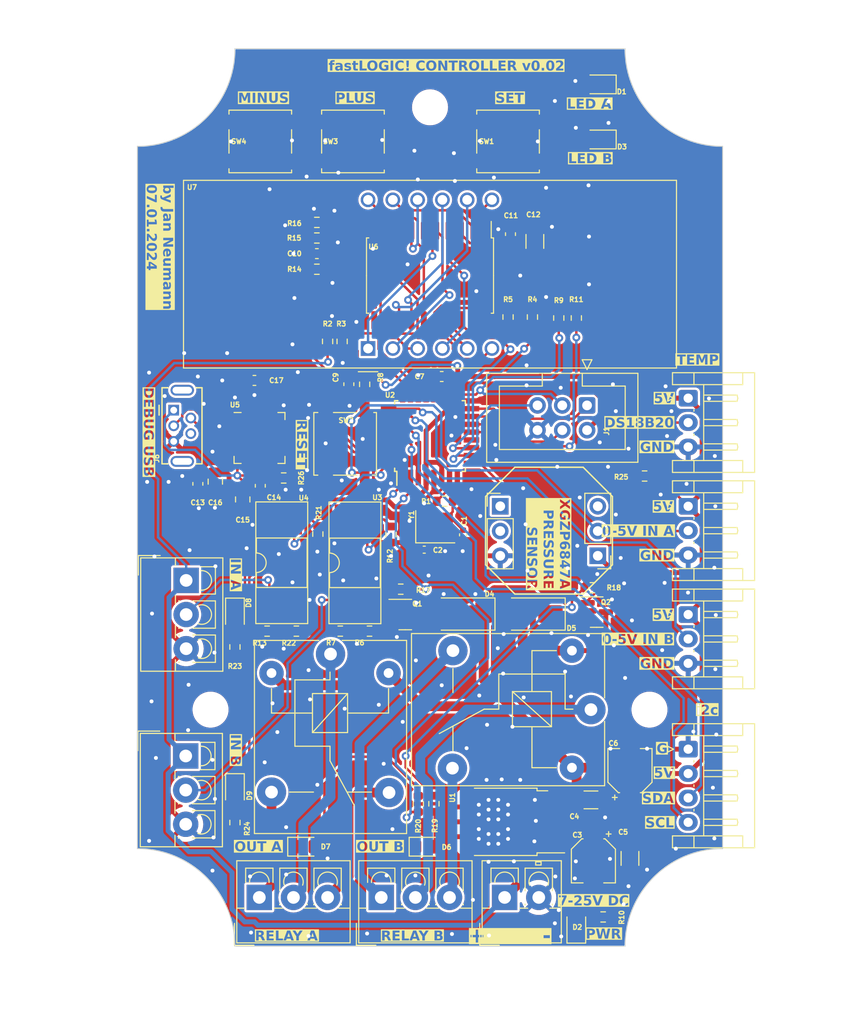
<source format=kicad_pcb>
(kicad_pcb (version 20221018) (generator pcbnew)
  (layers (0 "F.Cu" signal) (31 "B.Cu" signal) (34 "B.Paste" user) (35 "F.Paste" user) (36 "B.SilkS" user "B.Silkscreen") (37 "F.SilkS" user "F.Silkscreen") (38 "B.Mask" user) (39 "F.Mask" user) (44 "Edge.Cuts" user))
  (net 0 "")
  (net 1 "GND")
  (net 2 "Net-(U2-XTAL2{slash}PB7)")
  (net 3 "Net-(U2-XTAL1{slash}PB6)")
  (net 4 "reset")
  (net 5 "BUTTON")
  (net 6 "+12V")
  (net 7 "+5V")
  (net 8 "Net-(D1-A)")
  (net 9 "Net-(D2-A)")
  (net 10 "Net-(D3-A)")
  (net 11 "v_sens")
  (net 12 "Net-(U2-PD6)")
  (net 13 "Net-(U2-PD7)")
  (net 14 "Net-(J8-Pin_2)")
  (net 15 "Net-(D4-A)")
  (net 16 "Net-(D5-A)")
  (net 17 "Net-(J9-Pin_2)")
  (net 21 "Net-(D6-A)")
  (net 22 "LED_A")
  (net 23 "Net-(D7-A)")
  (net 24 "LED_B")
  (net 25 "Net-(R15-Pad1)")
  (net 26 "Net-(R16-Pad1)")
  (net 27 "Net-(D8-A)")
  (net 28 "Net-(D9-A)")
  (net 29 "D_OUT_A")
  (net 30 "Net-(U6-SEG1{slash}KS1)")
  (net 31 "Net-(U6-SEG2{slash}KS2)")
  (net 32 "Net-(U6-SEG3{slash}KS3)")
  (net 33 "Net-(U6-SEG4{slash}KS4)")
  (net 34 "Net-(U6-SEG5{slash}KS5)")
  (net 35 "Net-(U6-SEG6{slash}KS6)")
  (net 36 "Net-(U6-SEG7{slash}KS7)")
  (net 37 "Net-(U6-SEG8{slash}KS8)")
  (net 38 "Net-(U6-GRID4)")
  (net 39 "Net-(U6-GRID3)")
  (net 40 "Net-(U6-GRID2)")
  (net 41 "Net-(U6-GRID1)")
  (net 44 "Net-(U5-~{RST})")
  (net 61 "DS18B20_DATA")
  (net 62 "MOSI")
  (net 63 "MISO")
  (net 64 "SDA")
  (net 65 "SCL")
  (net 66 "RX")
  (net 67 "TX")
  (net 75 "Net-(U5-~{DTR})")
  (net 76 "D_OUT_B")
  (net 77 "0-5V_IN_A")
  (net 78 "0-5V_IN_B")
  (net 79 "Net-(J14-Pin_1)")
  (net 80 "Net-(J14-Pin_2)")
  (net 81 "Net-(J14-Pin_3)")
  (net 82 "Net-(J15-Pin_1)")
  (net 83 "Net-(J15-Pin_2)")
  (net 84 "Net-(J15-Pin_3)")
  (net 85 "Net-(Q1-B)")
  (net 86 "Net-(Q2-B)")
  (net 87 "Net-(R6-Pad1)")
  (net 88 "DIG_IN_B")
  (net 89 "Net-(R22-Pad1)")
  (net 90 "DIG_IN_A")
  (net 92 "Net-(J6-VBUS)")
  (net 93 "Net-(J6-D-)")
  (net 94 "Net-(J6-D+)")
  (footprint "Resistor_SMD:R_0603_1608Metric" (layer "F.Cu") (at 75 47.6 -90)
    (fp_text reference "R11")
    (fp_text value "R330")
  )
  (footprint "Button_Switch_SMD:SW_Push_1P1T_NO_CK_KSC7xxJ" (layer "F.Cu") (at 42.6 29.5)
    (fp_text reference "SW4")
    (fp_text value "MINUS")
  )
  (footprint "LED_SMD:LED_0805_2012Metric" (layer "F.Cu") (at 77.4 23.65 180)
    (fp_text reference "D1")
    (fp_text value "LED_A")
  )
  (footprint "Resistor_SMD:R_0603_1608Metric" (layer "F.Cu") (at 43.3 79.7)
    (fp_text reference "R13")
    (fp_text value "R10k")
  )
  (footprint "Package_DIP:DIP-4_W8.89mm_SMDSocket_LongPads" (layer "F.Cu") (at 44.8 72.69 90)
    (fp_text reference "U4")
    (fp_text value "EL817")
  )
  (footprint "LED_SMD:LED_0805_2012Metric" (layer "F.Cu") (at 75 110 90)
    (fp_text reference "D2")
    (fp_text value "LED_PWR")
  )
  (footprint "TerminalBlock_4Ucon:TerminalBlock_4Ucon_1x03_P3.50mm_Vertical" (layer "F.Cu") (at 35 74.5 -90)
    (fp_text reference "J8" hide)
    (fp_text value "12-24V_IN_A")
  )
  (footprint "Resistor_SMD:R_0603_1608Metric" (layer "F.Cu") (at 61.5 66.3875 180)
    (fp_text reference "R1")
    (fp_text value "R1M")
  )
  (footprint "Capacitor_SMD:C_1206_3216Metric" (layer "F.Cu") (at 80.5 103 -90)
    (fp_text reference "C5")
    (fp_text value "C100nF")
  )
  (footprint "Package_TO_SOT_SMD:SOT-23" (layer "F.Cu") (at 77.0875 77.75)
    (fp_text reference "Q2")
    (fp_text value "MMBT5551L")
  )
  (footprint "Resistor_SMD:R_0603_1608Metric" (layer "F.Cu") (at 60.4 97.4 90)
    (fp_text reference "R19")
    (fp_text value "R330")
  )
  (footprint "LED_SMD:LED_0805_2012Metric" (layer "F.Cu") (at 47.1 101.8)
    (fp_text reference "D7")
    (fp_text value "LED_OUT_A")
  )
  (footprint "Package_TO_SOT_SMD:SOT-23" (layer "F.Cu") (at 57.4625 78)
    (fp_text reference "Q1")
    (fp_text value "MMBT5551L")
  )
  (footprint "Connector_JST:JST_EH_S3B-EH_1x03_P2.50mm_Horizontal" (layer "F.Cu") (at 86.4675 55.82 -90)
    (fp_text reference "J3" hide)
    (fp_text value "DS18B20")
  )
  (footprint "Resistor_SMD:R_0603_1608Metric" (layer "F.Cu") (at 82 63.8 180)
    (fp_text reference "R25")
    (fp_text value "R4.7k")
  )
  (footprint "Capacitor_SMD:C_1206_3216Metric" (layer "F.Cu") (at 70.75 39.75 90)
    (fp_text reference "C12")
    (fp_text value "C100uF")
  )
  (footprint "Capacitor_SMD:C_0603_1608Metric" (layer "F.Cu") (at 48.4 41 180)
    (fp_text reference "C10")
    (fp_text value "C100nF")
  )
  (footprint "Button_Switch_SMD:SW_Push_1P1T_NO_CK_KSC7xxJ" (layer "F.Cu") (at 68 29.5)
    (fp_text reference "SW1")
    (fp_text value "SET")
  )
  (footprint "Capacitor_SMD:C_0603_1608Metric" (layer "F.Cu") (at 36.2 64.6 -90)
    (fp_text reference "C13")
    (fp_text value "C100nF")
  )
  (footprint "LED_SMD:LED_0805_2012Metric" (layer "F.Cu") (at 77.4 29.3 180)
    (fp_text reference "D3")
    (fp_text value "LED_B")
  )
  (footprint "Resistor_SMD:R_0603_1608Metric" (layer "F.Cu") (at 50.99 50 -90)
    (fp_text reference "R3")
    (fp_text value "R2.2k")
  )
  (footprint "Capacitor_SMD:C_0402_1005Metric" (layer "F.Cu") (at 59.4075 71.35)
    (fp_text reference "C2")
    (fp_text value "C18pF")
  )
  (footprint "Package_DIP:DIP-4_W8.89mm_SMDSocket_LongPads" (layer "F.Cu") (at 52.3 72.7 90)
    (fp_text reference "U3")
    (fp_text value "EL817")
  )
  (footprint "Connector_JST:JST_EH_S3B-EH_1x03_P2.50mm_Horizontal" (layer "F.Cu") (at 86.4675 66.9 -90)
    (fp_text reference "J10" hide)
    (fp_text value "0-5V_ANALOG_IN_A")
  )
  (footprint "Connector_JST:JST_EH_S3B-EH_1x03_P2.50mm_Horizontal" (layer "F.Cu") (at 86.4675 78 -90)
    (fp_text reference "J13" hide)
    (fp_text value "0-5V_ANALOG_IN_B")
  )
  (footprint "TerminalBlock_4Ucon:TerminalBlock_4Ucon_1x03_P3.50mm_Vertical" (layer "F.Cu") (at 34.955 92.5 -90)
    (fp_text reference "J9" hide)
    (fp_text value "12-24V_IN_B")
  )
  (footprint "Connector_PinHeader_2.54mm:PinHeader_1x03_P2.54mm_Vertical" (layer "F.Cu") (at 67.2 66.9)
    (fp_text reference "J11" hide)
    (fp_text value "PRES_SENS_BOTTOM")
  )
  (footprint "MountingHole:MountingHole_3.2mm_M3_DIN965" (layer "F.Cu") (at 60 26)
    (fp_text reference "H1" hide)
    (fp_text value "MH")
  )
  (footprint "Resistor_SMD:R_0603_1608Metric" (layer "F.Cu") (at 73.2 47.6 -90)
    (fp_text reference "R9")
    (fp_text value "R330")
  )
  (footprint "Resistor_SMD:R_0603_1608Metric" (layer "F.Cu") (at 53.8 79.7)
    (fp_text reference "R6")
    (fp_text value "R470")
  )
  (footprint "TerminalBlock_4Ucon:TerminalBlock_4Ucon_1x03_P3.50mm_Vertical" (layer "F.Cu") (at 42.5 107)
    (fp_text reference "J15" hide)
    (fp_text value "RELAY_OUT_A")
  )
  (footprint "Resistor_SMD:R_0603_1608Metric" (layer "F.Cu") (at 48.4 37.8 180)
    (fp_text reference "R16")
    (fp_text value "R620")
  )
  (footprint "Resistor_SMD:R_0603_1608Metric" (layer "F.Cu") (at 40 99.325 -90)
    (fp_text reference "R24")
    (fp_text value "R330")
  )
  (footprint "Resistor_SMD:R_0603_1608Metric" (layer "F.Cu") (at 46.3 79.7 180)
    (fp_text reference "R22")
    (fp_text value "R470")
  )
  (footprint "Crystal:Crystal_SMD_3225-4Pin_3.2x2.5mm" (layer "F.Cu") (at 60.5375 69)
    (fp_text reference "Y1")
    (fp_text value "Crystal_25MHz")
  )
  (footprint "TerminalBlock_4Ucon:TerminalBlock_4Ucon_1x02_P3.50mm_Vertical" (layer "F.Cu") (at 67.65 107)
    (fp_text reference "J4" hide)
    (fp_text value "12-24V")
  )
  (footprint "Button_Switch_SMD:SW_Push_1P1T_NO_CK_KSC7xxJ" (layer "F.Cu") (at 52.1 29.5)
    (fp_text reference "SW3")
    (fp_text value "PLUS")
  )
  (footprint "MountingHole:MountingHole_3.2mm_M3_DIN965" (layer "F.Cu") (at 37.5 87.75)
    (fp_text reference "H5" hide)
    (fp_text value "MH")
  )
  (footprint "Relay_THT:Relay_SPDT_SANYOU_SRD_Series_Form_C" (layer "F.Cu") (at 49.8 82.05 -90)
    (fp_text reference "K1" hide)
    (fp_text value "SANYOU_SRD_Form_C")
  )
  (footprint "Resistor_SMD:R_0603_1608Metric" (layer "F.Cu") (at 40 81.325 -90)
    (fp_text reference "R23")
    (fp_text value "R330")
  )
  (footprint "Package_DFN_QFN:QFN-28-1EP_5x5mm_P0.5mm_EP3.35x3.35mm" (layer "F.Cu") (at 42.52 59.9)
    (fp_text reference "U5")
    (fp_text value "CP2102N-Axx-xQFN28")
  )
  (footprint "Resistor_SMD:R_0603_1608Metric" (layer "F.Cu") (at 70.5 47.5 -90)
    (fp_text reference "R4")
    (fp_text value "R10k")
  )
  (footprint "LED_SMD:LED_0805_2012Metric" (layer "F.Cu") (at 59.55 101.8)
    (fp_text reference "D6")
    (fp_text value "LED_OUT_B")
  )
  (footprint "Capacitor_SMD:C_0603_1608Metric" (layer "F.Cu") (at 68.25 39 90)
    (fp_text reference "C11")
    (fp_text value "C100nF")
  )
  (footprint "Connector_PinHeader_2.54mm:PinHeader_1x03_P2.54mm_Vertical" (layer "F.Cu") (at 77.2 71.98 180)
    (fp_text reference "J12" hide)
    (fp_text value "PRES_SENS_TOP")
  )
  (footprint "Resistor_SMD:R_0603_1608Metric" (layer "F.Cu") (at 58.8 97.414812 -90)
    (fp_text reference "R20")
    (fp_text value "R330")
  )
  (footprint "Resistor_SMD:R_0603_1608Metric" (layer "F.Cu") (at 48.5 69.75 -90)
    (fp_text reference "R21")
    (fp_text value "R10k")
  )
  (footprint "Resistor_SMD:R_0603_1608Metric" (layer "F.Cu") (at 76.65 75.25)
    (fp_text reference "R18")
    (fp_text value "R2.2k")
  )
  (footprint "Relay_THT:Relay_SPDT_SANYOU_SRD_Series_Form_C" (layer "F.Cu") (at 76.5 87.75 180)
    (fp_text reference "K2" hide)
    (fp_text value "SANYOU_SRD_Form_C")
  )
  (footprint "TerminalBlock_4Ucon:TerminalBlock_4Ucon_1x03_P3.50mm_Vertical" (layer "F.Cu") (at 55 107)
    (fp_text reference "J14" hide)
    (fp_text value "RELAY_OUT_B")
  )
  (footprint "Connector_IDC:IDC-Header_2x03_P2.54mm_Vertical" (layer "F.Cu") (at 76.1 56.56 -90)
    (fp_text reference "J1")
    (fp_text value "AVR-ISP-6")
  )
  (footprint "Capacitor_SMD:C_0805_2012Metric" (layer "F.Cu") (at 37.99 64.375 -90)
    (fp_text reference "C16")
    (fp_text value "C10uF")
  )
  (footprint "Resistor_SMD:R_0603_1608Metric" (layer "F.Cu") (at 56 69.8 -90)
    (fp_text reference "R12")
    (fp_text value "R10k")
  )
  (footprint "Connector_JST:JST_EH_S4B-EH_1x04_P2.50mm_Horizontal" (layer "F.Cu") (at 86.4675 91.8 -90)
    (fp_text reference "J5" hide)
    (fp_text value "I2C")
  )
  (footprint "Resistor_SMD:R_0603_1608Metric" (layer "F.Cu") (at 57 75.4 180)
    (fp_text reference "R17")
    (fp_text value "R2.2k")
  )
  (footprint "Capacitor_SMD:CP_Elec_4x5.4" (layer "F.Cu") (at 80.5 94 90)
    (fp_text reference "C6")
    (fp_text value "C_330nF")
  )
  (footprint "Package_TO_SOT_SMD:TO-252-2" (layer "F.Cu") (at 67.66 99.25 180)
    (fp_text reference "U1")
    (fp_text value "LM78M05_TO252")
  )
  (footprint "Resistor_SMD:R_0603_1608Metric" (layer "F.Cu") (at 48.4 42.6)
    (fp_text reference "R14")
    (fp_text value "R10k")
  )
  (footprint "Package_SO:SOP-20_7.5x12.8mm_P1.27mm" (layer "F.Cu") (at 60 43.25 -90)
    (fp_text reference "U6")
    (fp_text value "TM1637")
  )
  (footprint "LED_SMD:LED_0805_2012Metric" (layer "F.Cu") (at 40 78 -90)
    (fp_text reference "D8")
    (fp_text value "LED_OUT_B")
  )
  (footprint "LED_SMD:LED_0805_2012Metric" (layer "F.Cu") (at 40 96 -90)
    (fp_text reference "D9")
    (fp_text value "LED_OUT_B")
  )
  (footprint "Resistor_SMD:R_0603_1608Metric" (layer "F.Cu") (at 77.75 109)
    (fp_text reference "R10")
    (fp_text value "R330")
  )
  (footprint "Resistor_SMD:R_0603_1608Metric" (layer "F.Cu") (at 53.3 54.4 -90)
    (fp_text reference "R8")
    (fp_text value "R10k")
  )
  (footprint "Capacitor_SMD:C_0603_1608Metric" (layer "F.Cu") (at 42.6 64.8 90)
    (fp_text reference "C14")
    (fp_text value "C100nF")
  )
  (footprint "Capacitor_SMD:C_0603_1608Metric" (layer "F.Cu") (at 42 54)
    (fp_text reference "C17")
    (fp_text value "C100nF")
  )
  (footprint "Display_7Segment:CA56-12SRWA" (layer "F.Cu") (at 53.65 50.7275 90)
    (fp_text reference "U7")
    (fp_text value "CA56-12SRWA")
  )
  (footprint "Capacitor_SMD:C_1206_3216Metric" (layer "F.Cu") (at 76.5 97)
    (fp_text reference "C4")
    (fp_text value "C100nF")
  )
  (footprint "Capacitor_SMD:C_0402_1005Metric" (layer "F.Cu") (at 63.3875 69.83 90)
    (fp_text reference "C1")
    (fp_text value "C18pF")
  )
  (footprint "Diode_SMD:D_SMA" (layer "F.Cu") (at 70.35 77.95 180)
    (fp_text reference "D5")
    (fp_text value "D")
  )
  (footprint "Resistor_SMD:R_0603_1608Metric" (layer "F.Cu") (at 50.8 79.7)
    (fp_text reference "R7")
    (fp_text value "R10k")
  )
  (footprint "Package_QFP:TQFP-32_7x7mm_P0.8mm" (layer "F.Cu") (at 60 59.7 90)
    (fp_text reference "U2")
    (fp_text value "ATmega328P-A")
  )
  (footprint "Resistor_SMD:R_0603_1608Metric" (layer "F.Cu") (at 45 64 180)
    (fp_text reference "R26")
    (fp_text value "R4.7k")
  )
  (footprint "Diode_SMD:D_SMA" (layer "F.Cu") (at 63.15 77.95 180)
    (fp_text reference "D4")
    (fp_text value "D")
  )
  (footprint "Capacitor_SMD:CP_Elec_4x5.4" (layer "F.Cu") (at 76.75 103.25 -90)
    (fp_text reference "C3")
    (fp_text value "C_330nF")
  )
  (footprint "Resistor_SMD:R_0603_1608Metric" (layer "F.Cu") (at 48.4 39.4)
    (fp_text reference "R15")
    (fp_text value "R330")
  )
  (footprint "Capacitor_SMD:C_0603_1608Metric" (layer "F.Cu") (at 51.68 54.385 90)
    (fp_text reference "C9")
    (fp_text value "C100nF")
  )
  (footprint "Connector_USB:USB_Mini-B_Tensility_54-00023_Vertical" (layer "F.Cu") (at 33.725 57.05 -90)
    (fp_text reference "J6")
    (fp_text value "USB_B_Mini")
  )
  (footprint "Resistor_SMD:R_0603_1608Metric" (layer "F.Cu") (at 49.5 50 90)
    (fp_text reference "R2")
    (fp_text value "R10k")
  )
  (footprint "Resistor_SMD:R_0603_1608Metric" (layer "F.Cu") (at 68 47.5 -90)
    (fp_text reference "R5")
    (fp_text value "R10k")
  )
  (footprint "Capacitor_SMD:C_0603_1608Metric" (layer "F.Cu") (at 61.2 53.6 180)
    (fp_text reference "C7")
    (fp_text value "C100nF")
  )
  (footprint "Button_Switch_SMD:SW_Push_1P1T_NO_CK_KSC7xxJ" (layer "F.Cu") (at 51.3 60.5 90)
    (fp_text reference "SW2")
    (fp_text value "reset")
  )
  (footprint "Capacitor_SMD:C_0805_2012Metric" (layer "F.Cu") (at 40.8 66.2 90)
    (fp_text reference "C15")
    (fp_text value "C10uF")
  )
  (footprint "MountingHole:MountingHole_3.2mm_M3_DIN965" (layer "F.Cu") (at 82.5 87.75)
    (fp_text reference "H3" hide)
    (fp_text value "MH")
  )
  (gr_line (start 78.7 65.9) (end 75.7 62.9) (stroke (width 0.15)) (layer "F.SilkS"))
  (gr_line (start 75.7 75.9) (end 68.7 75.9) (stroke (width 0.15)) (layer "F.SilkS"))
  (gr_line (start 65.7 72.9) (end 68.7 75.9) (stroke (width 0.15)) (layer "F.SilkS"))
  (gr_line (start 75.7 75.9) (end 78.7 72.9) (stroke (width 0.15)) (layer "F.SilkS"))
  (gr_line (start 78.7 65.9) (end 78.7 72.9) (stroke (width 0.15)) (layer "F.SilkS"))
  (gr_line (start 68.7 62.9) (end 65.7 65.9) (stroke (width 0.15)) (layer "F.SilkS"))
  (gr_line (start 65.7 72.9) (end 65.7 65.9) (stroke (width 0.15)) (layer "F.SilkS"))
  (gr_line (start 68.7 62.9) (end 75.7 62.9) (stroke (width 0.15)) (layer "F.SilkS"))
  (gr_arc (start 80 112) (mid 82.928932 104.928932) (end 90 102) (stroke (width 0.1)) (layer "Edge.Cuts"))
  (gr_line (start 90 102) (end 90 30) (stroke (width 0.1)) (layer "Edge.Cuts"))
  (gr_arc (start 40 20) (mid 37.071068 27.071068) (end 30 30) (stroke (width 0.1)) (layer "Edge.Cuts"))
  (gr_line (start 40 20) (end 80 20) (stroke (width 0.1)) (layer "Edge.Cuts"))
  (gr_line (start 30 30) (end 30 102) (stroke (width 0.1)) (layer "Edge.Cuts"))
  (gr_line (start 40 112) (end 80 112) (stroke (width 0.1)) (layer "Edge.Cuts"))
  (gr_arc (start 90 30) (mid 82.928932 27.071068) (end 80 20) (stroke (width 0.1)) (layer "Edge.Cuts"))
  (gr_arc (start 30 102) (mid 37.071068 104.928932) (end 40 112) (stroke (width 0.1)) (layer "Edge.Cuts"))
  (gr_text "XGZP6847A\nPRESSURE\nSENSOR" (at 69.8 75.4 -90) (layer "F.SilkS" knockout) (effects (font (size 1 1) (thickness 0.25) bold) (justify right bottom)))
  (gr_text "DS18B20" (at 85 58.4) (layer "F.SilkS" knockout) (effects (font (size 1 1) (thickness 0.25) bold) (justify right)))
  (gr_text "LED A" (at 78.6 26.3) (layer "F.SilkS" knockout) (effects (font (size 1 1) (thickness 0.25) bold) (justify right bottom)))
  (gr_text "TEMP" (at 89.6 51.95) (layer "F.SilkS" knockout) (effects (font (size 1 1) (thickness 0.25) bold) (justify right)))
  (gr_text "RELAY A" (at 48.5 111) (layer "F.SilkS" knockout) (effects (font (size 1 1) (thickness 0.25) bold) (justify right)))
  (gr_text "IN B" (at 40 93.5 270) (layer "F.SilkS" knockout) (effects (font (size 1 1) (thickness 0.25) bold) (justify right)))
  (gr_text "G" (at 84.3675 91.8) (layer "F.SilkS" knockout) (effects (font (size 1 1) (thickness 0.25) bold) (justify right)))
  (gr_text "DEBUG USB" (at 30.5 54.7 -90) (layer "F.SilkS" knockout) (effects (font (size 1 1) (thickness 0.25) bold) (justify left bottom)))
  (gr_text "by Jan Neumann\n07.01.2024" (at 30.8 33.9 270) (layer "F.SilkS" knockout) (effects (font (size 1 1) (thickness 0.25) bold) (justify left bottom)))
  (gr_text "5V" (at 84.9 78.1) (layer "F.SilkS" knockout) (effects (font (size 1 1) (thickness 0.25) bold) (justify right)))
  (gr_text "LED B" (at 78.7 31.9) (layer "F.SilkS" knockout) (effects (font (size 1 1) (thickness 0.25) bold) (justify right bottom)))
  (gr_text "OUT A" (at 44.8 101.85) (layer "F.SilkS" knockout) (effects (font (size 1 1) (thickness 0.25) bold) (justify right)))
  (gr_text "RESET" (at 46.2 58.05 -90) (layer "F.SilkS" knockout) (effects (font (size 1 1) (thickness 0.25) bold) (justify left bottom)))
  (gr_text "OUT B" (at 57.3 101.85) (layer "F.SilkS" knockout) (effects (font (size 1 1) (thickness 0.25) bold) (justify right)))
  (gr_text "PLUS" (at 50.3 25.7) (layer "F.SilkS" knockout) (effects (font (size 1 1) (thickness 0.25) bold) (justify left bottom)))
  (gr_text "fastLOGIC! CONTROLLER v0.02" (at 49.6 22.4) (layer "F.SilkS" knockout) (effects (font (size 1 1) (thickness 0.25) bold) (justify left bottom)))
  (gr_text "MINUS" (at 40.3 25.7) (layer "F.SilkS" knockout) (effects (font (size 1 1) (thickness 0.25) bold) (justify left bottom)))
  (gr_text "GND" (at 85 72) (layer "F.SilkS" knockout) (effects (font (size 1 1) (thickness 0.25) bold) (justify right)))
  (gr_text "GND" (at 85 60.9) (layer "F.SilkS" knockout) (effects (font (size 1 1) (thickness 0.25) bold) (justify right)))
  (gr_text "-" (at 71.4 103.5) (layer "F.SilkS" knockout) (effects (font (size 1 1) (thickness 0.25) bold) (justify right)))
  (gr_text "0-5V IN B" (at 85 80.6) (layer "F.SilkS" knockout) (effects (font (size 1 1) (thickness 0.25) bold) (justify right)))
  (gr_text "PWR" (at 79.6 110.8) (layer "F.SilkS" knockout) (effects (font (size 1 1) (thickness 0.25) bold) (justify right)))
  (gr_text "+        -" (at 72.4 111) (layer "F.SilkS" knockout) (effects (font (size 1.5 1.5) (thickness 0.25) bold) (justify right)))
  (gr_text "i2c" (at 89.55 87.85) (layer "F.SilkS" knockout) (effects (font (size 1 1) (thickness 0.25) bold) (justify right)))
  (gr_text "7-25V DC" (at 80.4 107.4) (layer "F.SilkS" knockout) (effects (font (size 1 1) (thickness 0.25) bold) (justify right)))
  (gr_text "SDA" (at 85 96.9) (layer "F.SilkS" knockout) (effects (font (size 1 1) (thickness 0.25) bold) (justify right)))
  (gr_text "IN A" (at 40 75.5 -90) (layer "F.SilkS" knockout) (effects (font (size 1 1) (thickness 0.25) bold) (justify right)))
  (gr_text "SET" (at 66.7 25.7) (layer "F.SilkS" knockout) (effects (font (size 1 1) (thickness 0.25) bold) (justify left bottom)))
  (gr_text "5V" (at 85 55.9) (layer "F.SilkS" knockout) (effects (font (size 1 1) (thickness 0.25) bold) (justify right)))
  (gr_text "0-5V IN A" (at 85 69.5) (layer "F.SilkS" knockout) (effects (font (size 1 1) (thickness 0.25) bold) (justify right)))
  (gr_text "RELAY B" (at 61.4 111) (layer "F.SilkS" knockout) (effects (font (size 1 1) (thickness 0.25) bold) (justify right)))
  (gr_text "5V" (at 84.9 67) (layer "F.SilkS" knockout) (effects (font (size 1 1) (thickness 0.25) bold) (justify right)))
  (gr_text "GND" (at 85 83.1) (layer "F.SilkS" knockout) (effects (font (size 1 1) (thickness 0.25) bold) (justify right)))
  (gr_text "5V" (at 85 94.3) (layer "F.SilkS" knockout) (effects (font (size 1 1) (thickness 0.25) bold) (justify right)))
  (gr_text "SCL" (at 85 99.4) (layer "F.SilkS" knockout) (effects (font (size 1 1) (thickness 0.25) bold) (justify right)))
  (segment (start 42.2 65.975) (end 42.2 66.8) (width 0.25) (layer "F.Cu") (net 1))
  (segment (start 59.6 54.425) (end 60.425 53.6) (width 0.25) (layer "F.Cu") (net 1))
  (segment (start 65.715 38.65) (end 66.85 38.65) (width 0.25) (layer "F.Cu") (net 1))
  (segment (start 41.85 67.15) (end 42.2 66.8) (width 0.25) (layer "F.Cu") (net 1))
  (segment (start 68.25 38.225) (end 67.275 38.225) (width 0.25) (layer "F.Cu") (net 1))
  (segment (start 58.8 63.95) (end 58.8 62.9) (width 0.25) (layer "F.Cu") (net 1))
  (segment (start 66.85 38.65) (end 67 38.5) (width 0.25) (layer "F.Cu") (net 1))
  (segment (start 68.25 38.225) (end 70.7 38.225) (width 0.25) (layer "F.Cu") (net 1))
  (segment (start 42.02 59.4) (end 42.52 59.9) (width 0.25) (layer "F.Cu") (net 1))
  (segment (start 70.75 38.275) (end 72.475 38.275) (width 0.25) (layer "F.Cu") (net 1))
  (segment (start 70.7 38.225) (end 70.75 38.275) (width 0.25) (layer "F.Cu") (net 1))
  (segment (start 40.8 67.15) (end 41.85 67.15) (width 0.25) (layer "F.Cu") (net 1))
  (segment (start 42.6 65.575) (end 42.2 65.975) (width 0.25) (layer "F.Cu") (net 1))
  (segment (start 58.05 62.15) (end 57.4 62.15) (width 0.25) (layer "F.Cu") (net 1))
  (segment (start 58.8 62.9) (end 58.05 62.15) (width 0.25) (layer "F.Cu") (net 1))
  (segment (start 67.275 38.225) (end 67 38.5) (width 0.25) (layer "F.Cu") (net 1))
  (segment (start 54.625 79.7) (end 56 79.7) (width 0.25) (layer "F.Cu") (net 1))
  (segment (start 56 79.7) (end 56.6 80.3) (width 0.25) (layer "F.Cu") (net 1))
  (segment (start 59.6 55.45) (end 59.6 54.425) (width 0.25) (layer "F.Cu") (net 1))
  (segment (start 72.475 38.275) (end 72.5 38.25) (width 0.25) (layer "F.Cu") (net 1))
  (segment (start 40.07 59.4) (end 42.02 59.4) (width 0.25) (layer "F.Cu") (net 1))
  (via (at 45.85 29.4) (size 0.8) (drill 0.4) (layers "F.Cu" "B.Cu") (net 1))
  (via (at 61.4 75.9) (size 0.8) (drill 0.4) (layers "F.Cu" "B.Cu") (net 1))
  (via (at 45.25 104.65) (size 0.8) (drill 0.4) (layers "F.Cu" "B.Cu") (net 1))
  (via (at 35.25 85.2) (size 0.8) (drill 0.4) (layers "F.Cu" "B.Cu") (net 1))
  (via (at 74.45 86.4) (size 0.8) (drill 0.4) (layers "F.Cu" "B.Cu") (net 1))
  (via (at 68 101) (size 0.8) (drill 0.4) (layers "F.Cu" "B.Cu") (net 1))
  (via (at 31 64.4) (size 0.8) (drill 0.4) (layers "F.Cu" "B.Cu") (net 1))
  (via (at 72.45 79.9) (size 0.8) (drill 0.4) (layers "F.Cu" "B.Cu") (net 1))
  (via (at 89.15 100.95) (size 0.8) (drill 0.4) (layers "F.Cu" "B.Cu") (net 1))
  (via (at 53.55 110.7) (size 0.8) (drill 0.4) (layers "F.Cu" "B.Cu") (net 1))
  (via (at 31.2 101.2) (size 0.8) (drill 0.4) (layers "F.Cu" "B.Cu") (net 1))
  (via (at 73.85 83.85) (size 0.8) (drill 0.4) (layers "F.Cu" "B.Cu") (net 1))
  (via (at 48.1 36.4) (size 0.8) (drill 0.4) (layers "F.Cu" "B.Cu") (net 1))
  (via (at 78.45 103.05) (size 0.8) (drill 0.4) (layers "F.Cu" "B.Cu") (net 1))
  (via (at 42.8 81.3) (size 0.8) (drill 0.4) (layers "F.Cu" "B.Cu") (net 1))
  (via (at 67 38.5) (size 0.8) (drill 0.4) (layers "F.Cu" "B.Cu") (net 1))
  (via (at 68 97.5) (size 0.8) (drill 0.4) (layers "F.Cu" "B.Cu") (net 1))
  (via (at 50.2 36.6) (size 0.8) (drill 0.4) (layers "F.Cu" "B.Cu") (net 1))
  (via (at 70.75 97) (size 0.8) (drill 0.4) (layers "F.Cu" "B.Cu") (net 1))
  (via (at 77.15 73.85) (size 0.8) (drill 0.4) (layers "F.Cu" "B.Cu") (net 1))
  (via (at 48.7 73.9) (size 0.8) (drill 0.4) (layers "F.Cu" "B.Cu") (net 1))
  (via (at 53.1 60) (size 0.8) (drill 0.4) (layers "F.Cu" "B.Cu") (net 1))
  (via (at 65 98.5) (size 0.8) (drill 0.4) (layers "F.Cu" "B.Cu") (net 1))
  (via (at 69.55 65.05) (size 0.8) (drill 0.4) (layers "F.Cu" "B.Cu") (net 1))
  (via (at 71.9 34.25) (size 0.8) (drill 0.4) (layers "F.Cu" "B.Cu") (net 1))
  (via (at 36.2 53.6) (size 0.8) (drill 0.4) (layers "F.Cu" "B.Cu") (net 1))
  (via (at 74.95 103.3) (size 0.8) (drill 0.4) (layers "F.Cu" "B.Cu") (net 1))
  (via (at 68.6 103.3) (size 0.8) (drill 0.4) (layers "F.Cu" "B.Cu") (net 1))
  (via (at 45.2 65.2) (size 0.8) (drill 0.4) (layers "F.Cu" "B.Cu") (net 1))
  (via (at 63.75 91.7) (size 0.8) (drill 0.4) (layers "F.Cu" "B.Cu") (net 1))
  (via (at 73.4 54.75) (size 0.8) (drill 0.4) (layers "F.Cu" "B.Cu") (net 1))
  (via (at 37.7 92.9) (size 0.8) (drill 0.4) (layers "F.Cu" "B.Cu") (net 1))
  (via (at 44.5 71.8) (size 0.8) (drill 0.4) (layers "F.Cu" "B.Cu") (net 1))
  (via (at 80.35 105.85) (size 0.8) (drill 0.4) (layers "F.Cu" "B.Cu") (net 1))
  (via (at 67.5 84.05) (size 0.8) (drill 0.4) (layers "F.Cu" "B.Cu") (net 1))
  (via (at 50.95 64.25) (size 0.8) (drill 0.4) (layers "F.Cu" "B.Cu") (net 1))
  (via (at 76.25 34) (size 0.8) (drill 0.4) (layers "F.Cu" "B.Cu") (net 1))
  (via (at 49.3 60.45) (size 0.8) (drill 0.4) (layers "F.Cu" "B.Cu") (net 1))
  (via (at 75.1 70.95) (size 0.8) (drill 0.4) (layers "F.Cu" "B.Cu") (net 1))
  (via (at 58.8 53.45) (size 0.8) (drill 0.4) (layers "F.Cu" "B.Cu") (net 1))
  (via (at 78.65 76.45) (size 0.8) (drill 0.4) (layers "F.Cu" "B.Cu") (net 1))
  (via (at 47.35 33.1) (size 0.8) (drill 0.4) (layers "F.Cu" "B.Cu") (net 1))
  (via (at 78.3 27.6) (size 0.8) (drill 0.4) (layers "F.Cu" "B.Cu") (net 1))
  (via (at 46.45 53.15) (size 0.8) (drill 0.4) (layers "F.Cu" "B.Cu") (net 1))
  (via (at 32.8 55.6) (size 0.8) (drill 0.4) (layers "F.Cu" "B.Cu") (net 1))
  (via (at 76.3 44.15) (size 0.8) (drill 0.4) (layers "F.Cu" "B.Cu") (net 1))
  (via (at 78.85 81.15) (size 0.8) (drill 0.4) (layers "F.Cu" "B.Cu") (net 1))
  (via (at 43.05 93.15) (size 0.8) (drill 0.4) (layers "F.Cu" "B.Cu") (net 1))
  (via (at 89.25 66.9) (size 0.8) (drill 0.4) (layers "F.Cu" "B.Cu") (net 1))
  (via (at 59.4 66.6) (size 0.8) (drill 0.4) (layers "F.Cu" "B.Cu") (net 1))
  (via (at 67 98) (size 0.8) (drill 0.4) (layers "F.Cu" "B.Cu") (net 1))
  (via (at 41.65 110.6) (size 0.8) (drill 0.4) (layers "F.Cu" "B.Cu") (net 1))
  (via (at 45.15 38.1) (size 0.8) (drill 0.4) (layers "F.Cu" "B.Cu") (net 1))
  (via (at 57.7 42.1) (size 0.8) (drill 0.4) (layers "F.Cu" "B.Cu") (net 1))
  (via (at 51.1 74.5) (size 0.8) (drill 0.4) (layers "F.Cu" "B.Cu") (net 1))
  (via (at 65.05 86.3) (size 0.8) (drill 0.4) (layers "F.Cu" "B.Cu") (net 1))
  (via (at 83.8 81.65) (size 0.8) (drill 0.4) (layers "F.Cu" "B.Cu") (net 1))
  (via (at 86.3 64.6) (size 0.8) (drill 0.4) (layers "F.Cu" "B.Cu") (net 1))
  (via (at 78.25 62.85) (size 0.8) (drill 0.4) (layers "F.Cu" "B.Cu") (net 1))
  (via (at 84.15 54.6) (size 0.8) (drill 0.4) (layers "F.Cu" "B.Cu") (net 1))
  (via (at 82.25 91.75) (size 0.8) (drill 0.4) (layers "F.Cu" "B.Cu") (net 1))
  (via (at 56 72) (size 0.8) (drill 0.4) (layers "F.Cu" "B.Cu") (net 1))
  (via (at 78.5 91.75) (size 0.8) (drill 0.4) (layers "F.Cu" "B.Cu") (net 1))
  (via (at 46.8 65.2) (size 0.8) (drill 0.4) (layers "F.Cu" "B.Cu") (net 1))
  (via (at 80.7 78.6) (size 0.8) (drill 0.4) (layers "F.Cu" "B.Cu") (net 1))
  (via (at 48.45 95.45) (size 0.8) (drill 0.4) (layers "F.Cu" "B.Cu") (net 1))
  (via (at 42 55.5) (size 0.8) (drill 0.4) (layers "F.Cu" "B.Cu") (net 1))
  (via (at 75.35 66) (size 0.8) (drill 0.4) (layers "F.Cu" "B.Cu") (net 1))
  (via (at 57.9 68.4) (size 0.8) (drill 0.4) (layers "F.Cu" "B.Cu") (net 1))
  (via (at 62.25 110.75) (size 0.8) (drill 0.4) (layers "F.Cu" "B.Cu") (net 1))
  (via (at 65.85 89.3) (size 0.8) (drill 0.4) (layers "F.Cu" "B.Cu") (net 1))
  (via (at 70.85 99.15) (size 0.8) (drill 0.4) (layers "F.Cu" "B.Cu") (net 1))
  (via (at 89.15 73.2) (size 0.8) (drill 0.4) (layers "F.Cu" "B.Cu") (net 1))
  (via (at 73.2 108.3) (size 0.8) (drill 0.4) (layers "F.Cu" "B.Cu") (net 1))
  (via (at 49.95 47.4) (size 0.8) (drill 0.4) (layers "F.Cu" "B.Cu") (net 1))
  (via (at 64.75 44.85) (size 0.8) (drill 0.4) (layers "F.Cu" "B.Cu") (net 1))
  (via (at 67.35 94.9) (size 0.8) (drill 0.4) (layers "F.Cu" "B.Cu") (net 1))
  (via (at 71.05 29.5) (size 0.8) (drill 0.4) (layers "F.Cu" "B.Cu") (net 1))
  (via (at 36.8 56.4) (size 0.8) (drill 0.4) (layers "F.Cu" "B.Cu") (net 1))
  (via (at 80.35 61) (size 0.8) (drill 0.4) (layers "F.Cu" "B.Cu") (net 1))
  (via (at 67 99) (size 0.8) (drill 0.4) (layers "F.Cu" "B.Cu") (net 1))
  (via (at 69.25 94.95) (size 0.8) (drill 0.4) (layers "F.Cu" "B.Cu") (net 1))
  (via (at 54.15 40.5) (size 0.8) (drill 0.4) (layers "F.Cu" "B.Cu") (net 1))
  (via (at 58.6 76.8) (size 0.8) (drill 0.4) (layers "F.Cu" "B.Cu") (net 1))
  (via (at 34.6 63.8) (size 0.8) (drill 0.4) (layers "F.Cu" "B.Cu") (net 1))
  (via (at 77.4 60.35) (size 0.8) (drill 0.4) (layers "F.Cu" "B.Cu") (net 1))
  (via (at 76.3 39.25) (size 0.8) (drill 0.4) (layers "F.Cu" "B.Cu") (net 1))
  (via (at 65.8 94.95) (size 0.8) (drill 0.4) (layers "F.Cu" "B.Cu") (net 1))
  (via (at 67 97) (size 0.8) (drill 0.4) (layers "F.Cu" "B.Cu") (net 1))
  (via (at 37.8 100.85) (size 0.8) (drill 0.4) (layers "F.Cu" "B.Cu") (net 1))
  (via (at 50.55 39.85) (size 0.8) (drill 0.4) (layers "F.Cu" "B.Cu") (net 1))
  (via (at 47.4 63.2) (size 0.8) (drill 0.4) (layers "F.Cu" "B.Cu") (net 1))
  (via (at 39.6 29.5) (size 0.8) (drill 0.4) (layers "F.Cu" "B.Cu") (net 1))
  (via (at 79.05 57.15) (size 0.8) (drill 0.4) (layers "F.Cu" "B.Cu") (net 1))
  (via (at 65.15 67.9) (size 0.8) (drill 0.4) (layers "F.Cu" "B.Cu") (net 1))
  (via (at 37.95 67.05) (size 0.8) (drill 0.4) (layers "F.Cu" "B.Cu") (net 1))
  (via (at 79.9 74.8) (size 0.8) (drill 0.4) (layers "F.Cu" "B.Cu") (net 1))
  (via (at 39.2 51.2) (size 0.8) (drill 0.4) (layers "F.Cu" "B.Cu") (net 1))
  (via (at 66 99) (size 0.8) (drill 0.4) (layers "F.Cu" "B.Cu") (net 1))
  (via (at 74.9 23.3) (size 0.8) (drill 0.4) (layers "F.Cu" "B.Cu") (net 1))
  (via (at 40 55.75) (size 0.8) (drill 0.4) (layers "F.Cu" "B.Cu") (net 1))
  (via (at 45.9 50.3) (size 0.8) (drill 0.4) (layers "F.Cu" "B.Cu") (net 1))
  (via (at 58.4 30.45) (size 0.8) (drill 0.4) (layers "F.Cu" "B.Cu") (net 1))
  (via (at 76.2 80.1) (size 0.8) (drill 0.4) (layers "F.Cu" "B.Cu") (net 1))
  (via (at 45.25 99.8) (size 0.8) (drill 0.4) (layers "F.Cu" "B.Cu") (net 1))
  (via (at 65.1 29.45) (size 0.8) (drill 0.4) (layers "F.Cu" "B.Cu") (net 1))
  (via (at 69.9 54.5) (size 0.8) (drill 0.4) (layers "F.Cu" "B.Cu") (net 1))
  (via (at 88.6 55.85) (size 0.8) (drill 0.4) (layers "F.Cu" "B.Cu") (net 1))
  (via (at 55.55 104.75) (size 0.8) (drill 0.4) (layers "F.Cu" "B.Cu") (net 1))
  (via (at 73.45 111) (size 0.8) (drill 0.4) (layers "F.Cu" "B.Cu") (net 1))
  (via (at 37.9 81.9) (size 0.8) (drill 0.4) (layers "F.Cu" "B.Cu") (net 1))
  (via (at 46 41) (size 0.8) (drill 0.4) (layers "F.Cu" "B.Cu") (net 1))
  (via (at 79.05 67.75) (size 0.8) (drill 0.4) (layers "F.Cu" "B.Cu") (net 1))
  (via (at 89 95.75) (size 0.8) (drill 0.4) (layers "F.Cu" "B.Cu") (net 1))
  (via (at 66.95 81.45) (size 0.8) (drill 0.4) (layers "F.Cu" "B.Cu") (net 1))
  (via (at 82.25 104.15) (size 0.8) (drill 0.4) (layers "F.Cu" "B.Cu") (net 1))
  (via (at 55.25 93.3) (size 0.8) (drill 0.4) (layers "F.Cu" "B.Cu") (net 1))
  (via (at 38.7 54) (size 0.8) (drill 0.4) (layers "F.Cu" "B.Cu") (net 1))
  (via (at 47.55 110.95) (size 0.8) (drill 0.4) (layers "F.Cu" "B.Cu") (net 1))
  (via (at 83.65 65.7) (size 0.8) (drill 0.4) (layers "F.Cu" "B.Cu") (net 1))
  (via (at 48.45 71.55) (size 0.8) (drill 0.4) (layers "F.Cu" "B.Cu") (net 1))
  (via (at 66 100.5) (size 0.8) (drill 0.4) (layers "F.Cu" "B.Cu") (net 1))
  (via (at 31.9 92.7) (size 0.8) (drill 0.4) (layers "F.Cu" "B.Cu") (net 1))
  (via (at 38.4 58.7) (size 0.8) (drill 0.4) (layers "F.Cu" "B.Cu") (net 1))
  (via (at 41.55 104.85) (size 0.8) (drill 0.4) (layers "F.Cu" "B.Cu") (net 1))
  (via (at 79.85 107.7) (size 0.8) (drill 0.4) (layers "F.Cu" "B.Cu") (net 1))
  (via (at 78.75 54.4) (size 0.8) (drill 0.4) (layers "F.Cu" "B.Cu") (net 1))
  (via (at 46.1 45.55) (size 0.8) (drill 0.4) (layers "F.Cu" "B.Cu") (net 1))
  (via (at 35.2 89.85) (size 0.8) (drill 0.4) (layers "F.Cu" "B.Cu") (net 1))
  (via (at 64.65 75.9) (size 0.8) (drill 0.4) (layers "F.Cu" "B.Cu") (net 1))
  (via (at 58.55 82.7) (size 0.8) (drill 0.4) (layers "F.Cu" "B.Cu") (net 1))
  (via (at 70 73.5) (size 0.8) (drill 0.4) (layers "F.Cu" "B.Cu") (net 1))
  (via (at 50.6 32.7) (size 0.8) (drill 0.4) (layers "F.Cu" "B.Cu") (net 1))
  (via (at 66.55 33.2) (size 0.8) (drill 0.4) (layers "F.Cu" "B.Cu") (net 1))
  (via (at 55.1 29.35) (size 0.8) (drill 0.4) (layers "F.Cu" "B.Cu") (net 1))
  (via (at 38 73.05) (size 0.8) (drill 0.4) (layers "F.Cu" "B.Cu") (net 1))
  (via (at 72.85 104.85) (size 0.8) (drill 0.4) (layers "F.Cu" "B.Cu") (net 1))
  (via (at 31.45 86.9) (size 0.8) (drill 0.4) (layers "F.Cu" "B.Cu") (net 1))
  (via (at 56.15 100) (size 0.8) (drill 0.4) (layers "F.Cu" "B.Cu") (net 1))
  (via (at 36.3 67.1) (size 0.8) (drill 0.4) (layers "F.Cu" "B.Cu") (net 1))
  (via (at 65 100) (size 0.8) (drill 0.4) (layers "F.Cu" "B.Cu") (net 1))
  (via (at 89.35 90.3) (size 0.8) (drill 0.4) (layers "F.Cu" "B.Cu") (net 1))
  (via (at 43.55 34.4) (size 0.8) (drill 0.4) (layers "F.Cu" "B.Cu") (net 1))
  (via (at 68 100) (size 0.8) (drill 0.4) (layers "F.Cu" "B.Cu") (net 1))
  (via (at 63.35 71.5) (size 0.8) (drill 0.4) (layers "F.Cu" "B.Cu") (net 1))
  (via (at 62.55 33.55) (size 0.8) (drill 0.4) (layers "F.Cu" "B.Cu") (net 1))
  (via (at 87 90) (size 0.8) (drill 0.4) (layers "F.Cu" "B.Cu") (net 1))
  (via (at 45 81.5) (size 0.8) (drill 0.4) (layers "F.Cu" "B.Cu") (net 1))
  (via (at 57.4 62.15) (size 0.8) (drill 0.4) (layers "F.Cu" "B.Cu") (net 1))
  (via (at 66 101.5) (size 0.8) (drill 0.4) (layers "F.Cu" "B.Cu") (net 1))
  (via (at 66.8 62.15) (size 0.8) (drill 0.4) (layers "F.Cu" "B.Cu") (net 1))
  (via (at 72.8 109.65) (size 0.8) (drill 0.4) (layers "F.Cu" "B.Cu") (net 1))
  (via (at 47.6 56.5) (size 0.8) (drill 0.4) (layers "F.Cu" "B.Cu") (net 1))
  (via (at 54.75 65.2) (size 0.8) (drill 0.4) (layers "F.Cu" "B.Cu") (net 1))
  (via (at 33.2 64.4) (size 0.8) (drill 0.4) (layers "F.Cu" "B.Cu") (net 1))
  (via (at 65 97.5) (size 0.8) (drill 0.4) (layers "F.Cu" "B.Cu") (net 1))
  (via (at 89.2 61.75) (size 0.8) (drill 0.4) (layers "F.Cu" "B.Cu") (net 1))
  (via (at 69.8 68.75) (size 0.8) (drill 0.4) (layers "F.Cu" "B.Cu") (net 1))
  (via (at 54.5 74.3) (size 0.8) (drill 0.4) (layers "F.Cu" "B.Cu") (net 1))
  (via (at 69.25 43.25) (size 0.8) (drill 0.4) (layers "F.Cu" "B.Cu") (net 1))
  (via (at 41.2 71.2) (size 0.8) (drill 0.4) (layers "F.Cu" "B.Cu") (net 1))
  (via (at 79.55 72.2) (size 0.8) (drill 0.4) (layers "F.Cu" "B.Cu") (net 1))
  (via (at 57.2 89) (size 0.8) (drill 0.4) (layers "F.Cu" "B.Cu") (net 1))
  (via (at 49.25 29.45) (size 0.8) (drill 0.4) (layers "F.Cu" "B.Cu") (net 1))
  (via (at 69.6 86.5) (size 0.8) (drill 0.4) (layers "F.Cu" "B.Cu") (net 1))
  (via (at 43.85 87.1) (size 0.8) (drill 0.4) (layers "F.Cu" "B.Cu") (net 1))
  (via (at 47.7 86.7) (size 0.8) (drill 0.4) (layers "F.Cu" "B.Cu") (net 1))
  (via (at 66 98) (size 0.8) (drill 0.4) (layers "F.Cu" "B.Cu") (net 1))
  (via (at 59.85 74) (size 0.8) (drill 0.4) (layers "F.Cu" "B.Cu") (net 1))
  (via (at 54.75 87.25) (size 0.8) (drill 0.4) (layers "F.Cu" "B.Cu") (net 1))
  (via (at 80 84.5) (size 0.8) (drill 0.4) (layers "F.Cu" "B.Cu") (net 1))
  (via (at 72.8 25.35) (size 0.8) (drill 0.4) (layers "F.Cu" "B.Cu") (net 1))
  (via (at 62.6 57.75) (size 0.8) (drill 0.4) (layers "F.Cu" "B.Cu") (net 1))
  (via (at 72.5 38.25) (size 0.8) (drill 0.4) (layers "F.Cu" "B.Cu") (net 1))
  (via (at 71.9 45.45) (size 0.8) (drill 0.4) (layers "F.Cu" "B.Cu") (net 1))
  (via (at 56 64.55) (size 0.8) (drill 0.4) (layers "F.Cu" "B.Cu") (net 1))
  (via (at 67.55 80) (size 0.8) (drill 0.4) (layers "F.Cu" "B.Cu") (net 1))
  (via (at 41.8 68.8) (size 0.8) (drill 0.4) (layers "F.Cu" "B.Cu") (net 1))
  (via (at 37.95 96.9) (size 0.8) (drill 0.4) (layers "F.Cu" "B.Cu") (net 1))
  (via (at 89.3 78.05) (size 0.8) (drill 0.4) (layers "F.Cu" "B.Cu") (net 1))
  (via (at 68.45 89.5) (size 0.8) (drill 0.4) (layers "F.Cu" "B.Cu") (net 1))
  (via (at 84.75 57.15) (size 0.8) (drill 0.4) (layers "F.Cu" "B.Cu") (net 1))
  (via (at 66 97) (size 0.8) (drill 0.4) (layers "F.Cu" "B.Cu") (net 1))
  (via (at 73.05 62.85) (size 0.8) (drill 0.4) (layers "F.Cu" "B.Cu") (net 1))
  (via (at 69.9 52.45) (size 0.8) (drill 0.4) (layers "F.Cu" "B.Cu") (net 1))
  (via (at 84.3 59.7) (size 0.8) (drill 0.4) (layers "F.Cu" "B.Cu") (net 1))
  (via (at 62.45 30.7) (size 0.8) (drill 0.4) (layers "F.Cu" "B.Cu") (net 1))
  (via (at 37.7 61.3) (size 0.8) (drill 0.4) (layers "F.Cu" "B.Cu") (net 1))
  (via (at 47.55 83.7) (size 0.8) (drill 0.4) (layers "F.Cu" "B.Cu") (net 1))
  (via (at 51.25 87.65) (size 0.8) (drill 0.4) (layers "F.Cu" "B.Cu") (net 1))
  (via (at 50.2 70.7) (size 0.8) (drill 0.4) (layers "F.Cu" "B.Cu") (net 1))
  (via (at 35.35 71.4) (size 0.8) (drill 0.4) (layers "F.Cu" "B.Cu") (net 1))
  (via (at 74.85 105.05) (size 0.8) (drill 0.4) (layers "F.Cu" "B.Cu") (net 1))
  (via (at 68 98.5) (size 0.8) (drill 0.4) (layers "F.Cu" "B.Cu") (net 1))
  (via (at 45.9 74.7) (size 0.8) (drill 0.4) (layers "F.Cu" "B.Cu") (net 1))
  (via (at 77.95 98.8) (size 0.8) (drill 0.4) (layers "F.Cu" "B.Cu") (net 1))
  (via (at 51.75 56.6) (size 0.8) (drill 0.4) (layers "F.Cu" "B.Cu") (net 1))
  (via (at 86.45 75.75) (size 0.8) (drill 0.4) (layers "F.Cu" "B.Cu") (net 1))
  (via (at 49.5 103) (size 0.8) (drill 0.4) (layers "F.Cu" "B.Cu") (net 1))
  (via (at 89.25 83.6) (size 0.8) (drill 0.4) (layers "F.Cu" "B.Cu") (net 1))
  (via (at 61.55 71.5) (size 0.8) (drill 0.4) (layers "F.Cu" "B.Cu") (net 1))
  (via (at 31.5 77.9) (size 0.8) (drill 0.4) (layers "F.Cu" "B.Cu") (net 1))
  (via (at 64.25 65.15) (size 0.8) (drill 0.4) (layers "F.Cu" "B.Cu") (net 1))
  (via (at 64.4 107.25) (size 0.8) (drill 0.4) (layers "F.Cu" "B.Cu") (net 1))
  (via (at 61.2 85.25) (size 0.8) (drill 0.4) (layers "F.Cu" "B.Cu") (net 1))
  (via (at 58.75 33.4) (size 0.8) (drill 0.4) (layers "F.Cu" "B.Cu") (net 1))
  (via (at 58.5 104.75) (size 0.8) (drill 0.4) (layers "F.Cu" "B.Cu") (net 1))
  (via (at 66 103.35) (size 0.8) (drill 0.4) (layers "F.Cu" "B.Cu") (net 1))
  (via (at 70.7 101.25) (size 0.8) (drill 0.4) (layers "F.Cu" "B.Cu") (net 1))
  (via (at 66.7 60.6) (size 0.8) (drill 0.4) (layers "F.Cu" "B.Cu") (net 1))
  (via (at 51.05 52.2) (size 0.8) (drill 0.4) (layers "F.Cu" "B.Cu") (net 1))
  (via (at 52.45 48) (size 0.8) (drill 0.4) (layers "F.Cu" "B.Cu") (net 1))
  (via (at 66.05 110.9) (size 0.8) (drill 0.4) (layers "F.Cu" "B.Cu") (net 1))
  (via (at 84.05 74.75) (size 0.8) (drill 0.4) (layers "F.Cu" "B.Cu") (net 1))
  (via (at 31.2 53.2) (size 0.8) (drill 0.4) (layers "F.Cu" "B.Cu") (net 1))
  (via (at 31.75 72.05) (size 0.8) (drill 0.4) (layers "F.Cu" "B.Cu") (net 1))
  (via (at 56.6 80.3) (size 0.8) (drill 0.4) (layers "F.Cu" "B.Cu") (net 1))
  (via (at 52.5 81) (size 0.8) (drill 0.4) (layers "F.Cu" "B.Cu") (net 1))
  (via (at 34.8 51.2) (size 0.8) (drill 0.4) (layers "F.Cu" "B.Cu") (net 1))
  (via (at 67 100.5) (size 0.8) (drill 0.4) (layers "F.Cu" "B.Cu") (net 1))
  (via (at 74.95 28.1) (size 0.8) (drill 0.4) (layers "F.Cu" "B.Cu") (net 1))
  (via (at 45 56.55) (size 0.8) (drill 0.4) (layers "F.Cu" "B.Cu") (net 1))
  (via (at 62.2 59.65) (size 0.8) (drill 0.4) (layers "F.Cu" "B.Cu") (net 1))
  (via (at 85.2 102) (size 0.8) (drill 0.4) (layers "F.Cu" "B.Cu") (net 1))
  (via (at 74.1 73.25) (size 0.8) (drill 0.4) (layers "F.Cu" "B.Cu") (net 1))
  (via (at 44.35 90.05) (size 0.8) (drill 0.4) (layers "F.Cu" "B.Cu") (net 1))
  (via (at 78.3 25.4) (size 0.8) (drill 0.4) (layers "F.Cu" "B.Cu") (net 1))
  (via (at 47.65 76.5) (size 0.8) (drill 0.4) (layers "F.Cu" "B.Cu") (net 1))
  (via (at 47.5 57.85) (size 0.8) (drill 0.4) (layers "F.Cu" "B.Cu") (net 1))
  (via (at 37.7 104.25) (size 0.8) (drill 0.4) (layers "F.Cu" "B.Cu") (net 1))
  (via (at 67 101.5) (size 0.8) (drill 0.4) (layers "F.Cu" "B.Cu") (net 1))
  (via (at 65 101) (size 0.8) (drill 0.4) (layers "F.Cu" "B.Cu") (net 1))
  (via (at 50 44) (size 0.8) (drill 0.4) (layers "F.Cu" "B.Cu") (net 1))
  (segment (start 62.8 65.9125) (end 62.325 66.3875) (width 0.25) (layer "F.Cu") (net 2))
  (segment (start 62.325 67.4625) (end 61.6375 68.15) (width 0.25) (layer "F.Cu") (net 2))
  (segment (start 63.3875 69.35) (end 62.1875 68.15) (width 0.25) (layer "F.Cu") (net 2))
  (segment (start 62.325 66.3875) (end 62.325 67.4625) (width 0.25) (layer "F.Cu") (net 2))
  (segment (start 62.8 63.95) (end 62.8 65.9125) (width 0.25) (layer "F.Cu") (net 2))
  (segment (start 62.1875 68.15) (end 61.6375 68.15) (width 0.25) (layer "F.Cu") (net 2))
  (segment (start 59.4375 69.85) (end 59.5375 69.85) (width 0.25) (layer "F.Cu") (net 3))
  (segment (start 60.4625 68.925) (end 60.4625 66.6) (width 0.25) (layer "F.Cu") (net 3))
  (segment (start 62 65.0625) (end 60.675 66.3875) (width 0.25) (layer "F.Cu") (net 3))
  (segment (start 58.9275 71.35) (end 58.9275 70.36) (width 0.25) (layer "F.Cu") (net 3))
  (segment (start 58.9275 70.36) (end 59.4375 69.85) (width 0.25) (layer "F.Cu") (net 3))
  (segment (start 62 63.95) (end 62 65.0625) (width 0.25) (layer "F.Cu") (net 3))
  (segment (start 59.5375 69.85) (end 60.4625 68.925) (width 0.25) (layer "F.Cu") (net 3))
  (segment (start 60.4625 66.6) (end 60.675 66.3875) (width 0.25) (layer "F.Cu") (net 3))
  (segment (start 42.775 54) (end 50.063604 54) (width 0.25) (layer "F.Cu") (net 4))
  (segment (start 53.3 58.7) (end 53.3 57.6) (width 0.25) (layer "F.Cu") (net 4))
  (segment (start 53.25 63.45) (end 53.3 63.4) (width 0.25) (layer "F.Cu") (net 4))
  (segment (start 52.5 57.6) (end 51.95 58.15) (width 0.25) (layer "F.Cu") (net 4))
  (segment (start 54.7 60.1) (end 53.3 58.7) (width 0.25) (layer "F.Cu") (net 4))
  (segment (start 50.063604 54) (end 51.223604 55.16) (width 0.25) (layer "F.Cu") (net 4))
  (segment (start 51.223604 55.16) (end 51.68 55.16) (width 0.25) (layer "F.Cu") (net 4))
  (segment (start 53.235 55.16) (end 53.3 55.225) (width 0.25) (layer "F.Cu") (net 4))
  (segment (start 51.68 55.16) (end 53.235 55.16) (width 0.25) (layer "F.Cu") (net 4))
  (segment (start 53.3 57.6) (end 52.5 57.6) (width 0.25) (layer "F.Cu") (net 4))
  (segment (start 55.75 60.1) (end 54.7 60.1) (width 0.25) (layer "F.Cu") (net 4))
  (segment (start 52 63.45) (end 53.25 63.45) (width 0.25) (layer "F.Cu") (net 4))
  (segment (start 53.3 55.225) (end 53.3 57.6) (width 0.25) (layer "F.Cu") (net 4))
  (via (at 51.95 58.15) (size 0.8) (drill 0.4) (layers "F.Cu" "B.Cu") (net 4))
  (via (at 52 63.45) (size 0.8) (drill 0.4) (layers "F.Cu" "B.Cu") (net 4))
  (segment (start 62.099695 62.775) (end 62.700305 62.775) (width 0.25) (layer "B.Cu") (net 4))
  (segment (start 61.15 57.35) (end 61.15 61.825305) (width 0.25) (layer "B.Cu") (net 4))
  (segment (start 52 63.3) (end 52 63.45) (width 0.25) (layer "B.Cu") (net 4))
  (segment (start 66.24 56.56) (end 71.02 56.56) (width 0.25) (layer "B.Cu") (net 4))
  (segment (start 60.36 56.56) (end 61.15 57.35) (width 0.25) (layer "B.Cu") (net 4))
  (segment (start 61.15 61.825305) (end 62.099695 62.775) (width 0.25) (layer "B.Cu") (net 4))
  (segment (start 53.54 56.56) (end 60.36 56.56) (width 0.25) (layer "B.Cu") (net 4))
  (segment (start 51.95 63.25) (end 52 63.3) (width 0.25) (layer "B.Cu") (net 4))
  (segment (start 62.700305 62.775) (end 64.85 60.625305) (width 0.25) (layer "B.Cu") (net 4))
  (segment (start 64.85 60.625305) (end 64.85 57.95) (width 0.25) (layer "B.Cu") (net 4))
  (segment (start 64.85 57.95) (end 66.24 56.56) (width 0.25) (layer "B.Cu") (net 4))
  (segment (start 51.95 58.15) (end 53.54 56.56) (width 0.25) (layer "B.Cu") (net 4))
  (segment (start 51.95 58.15) (end 51.95 63.25) (width 0.25) (layer "B.Cu") (net 4))
  (segment (start 52.825 32.325) (end 51.125 34.025) (width 0.25) (layer "F.Cu") (net 5))
  (segment (start 49.207538 50.1) (end 51.7 50.1) (width 0.25) (layer "F.Cu") (net 5))
  (segment (start 49.225 42.6) (end 49.225 41.05) (width 0.25) (layer "F.Cu") (net 5))
  (segment (start 52.575 51.8025) (end 53.5725 52.8) (width 0.25) (layer "F.Cu") (net 5))
  (segment (start 51.7 50.1) (end 52.575 50.975) (width 0.25) (layer "F.Cu") (net 5))
  (segment (start 55.763604 52.8) (end 57.2 54.236396) (width 0.25) (layer "F.Cu") (net 5))
  (segment (start 57.2 54.236396) (end 57.2 55.45) (width 0.25) (layer "F.Cu") (net 5))
  (segment (start 64.275 32.325) (end 52.825 32.325) (width 0.25) (layer "F.Cu") (net 5))
  (segment (start 52.575 50.975) (end 52.575 51.8025) (width 0.25) (layer "F.Cu") (net 5))
  (segment (start 49.225 41.05) (end 49.175 41) (width 0.25) (layer "F.Cu") (net 5))
  (segment (start 53.5725 52.8) (end 55.763604 52.8) (width 0.25) (layer "F.Cu") (net 5))
  (segment (start 51.125 37.5) (end 51.125 34.025) (width 0.25) (layer "F.Cu") (net 5))
  (segment (start 65.1 31.5) (end 70.9 31.5) (width 0.25) (layer "F.Cu") (net 5))
  (segment (start 48.7 43.125) (end 48.7 49.592462) (width 0.25) (layer "F.Cu") (net 5))
  (segment (start 49.175 39.45) (end 49.225 39.4) (width 0.25) (layer "F.Cu") (net 5))
  (segment (start 49.175 41) (end 49.175 39.45) (width 0.25) (layer "F.Cu") (net 5))
  (segment (start 49.225 39.4) (end 51.125 37.5) (width 0.25) (layer "F.Cu") (net 5))
  (segment (start 48.7 49.592462) (end 49.207538 50.1) (width 0.25) (layer "F.Cu") (net 5))
  (segment (start 65.1 31.5) (end 64.275 32.325) (width 0.25) (layer "F.Cu") (net 5))
  (segment (start 49.225 42.6) (end 48.7 43.125) (width 0.25) (layer "F.Cu") (net 5))
  (segment (start 76.75 101.45) (end 80.425 101.45) (width 1) (layer "F.Cu") (net 6))
  (segment (start 72.7 101.53) (end 76.67 101.53) (width 1) (layer "F.Cu") (net 6))
  (segment (start 76.67 101.53) (end 76.75 101.45) (width 1) (layer "F.Cu") (net 6))
  (segment (start 49.5 50.825) (end 49.5 52.05) (width 0.25) (layer "F.Cu") (net 6))
  (segment (start 49.5 52.05) (end 49.55 52.1) (width 0.25) (layer "F.Cu") (net 6))
  (segment (start 80.425 101.45) (end 80.5 101.525) (width 1) (layer "F.Cu") (net 6))
  (segment (start 72.7 101.95) (end 67.65 107) (width 1) (layer "F.Cu") (net 6))
  (segment (start 72.7 101.53) (end 72.7 101.95) (width 1) (layer "F.Cu") (net 6))
  (via (at 49.55 52.1) (size 0.8) (drill 0.4) (layers "F.Cu" "B.Cu") (net 6))
  (segment (start 33.25 90.795) (end 33.25 76.25) (width 0.5) (layer "B.Cu") (net 6))
  (segment (start 31.2 54.8) (end 31.2 63.2) (width 0.25) (layer "B.Cu") (net 6))
  (segment (start 33.15 94.305) (end 34.955 92.5) (width 0.5) (layer "B.Cu") (net 6))
  (segment (start 42 109.5) (end 41 109.5) (width 0.5) (layer "B.Cu") (net 6))
  (segment (start 33.775 52.225) (end 31.2 54.8) (width 0.25) (layer "B.Cu") (net 6))
  (segment (start 39.7 108.2) (end 39.7 104.45) (width 0.5) (layer "B.Cu") (net 6))
  (segment (start 64.8 109.85) (end 42.35 109.85) (width 0.5) (layer "B.Cu") (net 6))
  (segment (start 35 72.95) (end 35 74.5) (width 0.25) (layer "B.Cu") (net 6))
  (segment (start 67.65 107) (end 64.8 109.85) (width 0.5) (layer "B.Cu") (net 6))
  (segment (start 33.15 100.169874) (end 33.15 94.305) (width 0.5) (layer "B.Cu") (net 6))
  (segment (start 32.125 70.075) (end 35 72.95) (width 0.25) (layer "B.Cu") (net 6))
  (segment (start 49.55 52.1) (end 49.425 52.225) (width 0.25) (layer "B.Cu") (net 6))
  (segment (start 37.559937 102.309937) (end 35.290063 102.309937) (width 0.5) (layer "B.Cu") (net 6))
  (segment (start 32.125 64.125) (end 32.125 70.075) (width 0.25) (layer "B.Cu") (net 6))
  (segment (start 31.2 63.2) (end 32.125 64.125) (width 0.25) (layer "B.Cu") (net 6))
  (segment (start 42.35 109.85) (end 42 109.5) (width 0.5) (layer "B.Cu") (net 6))
  (segment (start 34.955 92.5) (end 33.25 90.795) (width 0.5) (layer "B.Cu") (net 6))
  (segment (start 41 109.5) (end 39.7 108.2) (width 0.5) (layer "B.Cu") (net 6))
  (segment (start 33.25 76.25) (end 35 74.5) (width 0.5) (layer "B.Cu") (net 6))
  (segment (start 49.425 52.225) (end 33.775 52.225) (width 0.25) (layer "B.Cu") (net 6))
  (segment (start 35.290063 102.309937) (end 33.15 100.169874) (width 0.5) (layer "B.Cu") (net 6))
  (segment (start 39.7 104.45) (end 37.559937 102.309937) (width 0.5) (layer "B.Cu") (net 6))
  (segment (start 86.4675 55.82) (end 87.8925 57.245) (width 0.5) (layer "F.Cu") (net 7))
  (segment (start 68 46.675) (end 67.325 46) (width 0.5) (layer "F.Cu") (net 7))
  (segment (start 87.8925 92.875) (end 87.8925 79.425) (width 0.5) (layer "F.Cu") (net 7))
  (segment (start 77.2 71.98) (end 78.92 73.7) (width 0.5) (layer "F.Cu") (net 7))
  (segment (start 43.53 68.245) (end 43.53 69.27) (width 0.5) (layer "F.Cu") (net 7))
  (segment (start 86.4675 94.3) (end 82 94.3) (width 0.5) (layer "F.Cu") (net 7))
  (segment (start 59.6 63.95) (end 59.6 65.125) (width 0.5) (layer "F.Cu") (net 7))
  (segment (start 71.425 48.25) (end 71.425 53.575) (width 0.5) (layer "F.Cu") (net 7))
  (segment (start 39.09 63.425) (end 39.4 63.735) (width 0.5) (layer "F.Cu") (net 7))
  (segment (start 71.425 47.6) (end 71.425 48.25) (width 0.5) (layer "F.Cu") (net 7))
  (segment (start 61.2 62.775) (end 60.825 62.4) (width 0.5) (layer "F.Cu") (net 7))
  (segment (start 78.92 73.7) (end 87.8925 73.7) (width 0.5) (layer "F.Cu") (net 7))
  (segment (start 50.3 66.245) (end 47.6 66.245) (width 0.5) (layer "F.Cu") (net 7))
  (segment (start 75.025 94.175) (end 74.55 93.7) (width 1) (layer "F.Cu") (net 7))
  (segment (start 43.53 68.245) (end 43.53 68.87) (width 0.5) (layer "F.Cu") (net 7))
  (segment (start 75.329949 53.6) (end 77.549949 55.82) (width 0.5) (layer "F.Cu") (net 7))
  (segment (start 48.25 43.275) (end 48.25 51.825305) (width 0.25) (layer "F.Cu") (net 7))
  (segment (start 53.3 53.575) (end 54.575 53.575) (width 0.25) (layer "F.Cu") (net 7))
  (segment (start 66.619239 53.6) (end 71.4 53.6) (width 0.5) (layer "F.Cu") (net 7))
  (segment (start 86.4675 55.82) (end 79.38 55.82) (width 0.5) (layer "F.Cu") (net 7))
  (segment (start 66.925 86.075) (end 65.5 84.65) (width 1) (layer "F.Cu") (net 7))
  (segment (start 62 53.625) (end 61.975 53.6) (width 0.5) (layer "F.Cu") (net 7))
  (segment (start 87.8925 76.575) (end 87.8925 73.7) (width 0.5) (layer "F.Cu") (net 7))
  (segment (start 68 45.702082) (end 70.75 42.952082) (width 0.5) (layer "F.Cu") (net 7))
  (segment (start 72.35 77.85) (end 70 75.5) (width 1) (layer "F.Cu") (net 7))
  (segment (start 59.6 65.125) (end 58.0125 66.7125) (width 0.5) (layer "F.Cu") (net 7))
  (segment (start 87.8925 57.245) (end 87.8925 65.475) (width 0.5) (layer "F.Cu") (net 7))
  (segment (start 61.2 63.95) (end 61.2 62.775) (width 0.5) (layer "F.Cu") (net 7))
  (segment (start 59.6 62.4) (end 59.6 59.15) (width 0.5) (layer "F.Cu") (net 7))
  (segment (start 77.549949 57.650051) (end 77.5 57.7) (width 0.5) (layer "F.Cu") (net 7))
  (segment (start 39.4 69) (end 39.4 63.735) (width 0.5) (layer "F.Cu") (net 7))
  (segment (start 65.15 76.955635) (end 65.15 77.95) (width 1) (layer "F.Cu") (net 7))
  (segment (start 78.575 109) (end 78.575 104.611827) (width 0.25) (layer "F.Cu") (net 7))
  (segment (start 47.6 66.245) (end 44.82 66.245) (width 0.5) (layer "F.Cu") (net 7))
  (segment (start 60.825 62.4) (end 59.6 62.4) (width 0.5) (layer "F.Cu") (net 7))
  (segment (start 66.925 86.075) (end 74.55 93.7) (width 1) (layer "F.Cu") (net 7))
  (segment (start 78.4 93.7) (end 80.5 95.8) (width 1) (layer "F.Cu") (net 7))
  (segment (start 71.4 53.6) (end 75.329949 53.6) (width 0.5) (layer "F.Cu") (net 7))
  (segment (start 40.07 60.9) (end 39.3 60.9) (width 0.25) (layer "F.Cu") (net 7))
  (segment (start 60.635 47.065) (end 60.635 47.85) (width 0.5) (layer "F.Cu") (net 7))
  (segment (start 81.85 102.7) (end 83 101.55) (width 0.25) (layer "F.Cu") (net 7))
  (segment (start 69.3 39.775) (end 70.75 41.225) (width 0.5) (layer "F.Cu") (net 7))
  (segment (start 87.8925 79.425) (end 86.4675 78) (width 0.5) (layer "F.Cu") (net 7))
  (segment (start 43.53 67.535) (end 43.53 68.245) (width 0.5) (layer "F.Cu") (net 7))
  (segment (start 37.59 63.825) (end 37.99 63.425) (width 0.5) (layer "F.Cu") (net 7))
  (segment (start 71.425 53.575) (end 71.4 53.6) (width 0.5) (layer "F.Cu") (net 7))
  (segment (start 87.8925 65.475) (end 86.4675 66.9) (width 0.5) (layer "F.Cu") (net 7))
  (segment (start 82 94.3) (end 80.5 95.8) (width 0.5) (layer "F.Cu") (net 7))
  (segment (start 39.8 69.4) (end 39.4 69) (width 0.5) (layer "F.Cu") (net 7))
  (segment (start 86.4675 78) (end 87.8925 76.575) (width 0.5) (layer "F.Cu") (net 7))
  (segment (start 47.575 42.6) (end 48.25 43.275) (width 0.25) (layer "F.Cu") (net 7))
  (segment (start 75.025 97) (end 75.025 94.175) (width 1) (layer "F.Cu") (net 7))
  (segment (start 39 63.335) (end 39 61.2) (width 0.5) (layer "F.Cu") (net 7))
  (segment (start 83 100.5) (end 83 98.3) (width 0.25) (layer "F.Cu") (net 7))
  (segment (start 83 98.3) (end 80.5 95.8) (width 0.25) (layer "F.Cu") (net 7))
  (segment (start 83 101.55) (end 83 100.5) (width 0.25) (layer "F.Cu") (net 7))
  (segment (start 47.4 64) (end 47.6 64.2) (width 0.25) (layer "F.Cu") (net 7))
  (segment (start 77.549949 55.82) (end 86.4675 55.82) (width 0.5) (layer "F.Cu") (net 7))
  (segment (start 44.82 66.245) (end 43.53 67.535) (width 0.5) (layer "F.Cu") (net 7))
  (segment (start 47.6 64.2) (end 47.6 66.245) (width 0.25) (layer "F.Cu") (net 7))
  (segment (start 39.3 60.9) (end 39 61.2) (width 0.25) (layer "F.Cu") (net 7))
  (segment (start 57.775 66.95) (end 56.347918 66.95) (width 0.5) (layer "F.Cu") (net 7))
  (segment (start 67.325 46) (end 62.590076 46) (width 0.5) (layer "F.Cu") (net 7))
  (segment (start 49.724695 53.3) (end 50 53.3) (width 0.25) (layer "F.Cu") (net 7))
  (segment (start 43.53 69.27) (end 42.8 70) (width 0.5) (layer "F.Cu") (net 7))
  (segment (start 51.085 54.385) (end 52.49 54.385) (width 0.25) (layer "F.Cu") (net 7))
  (segment (start 55.642918 66.245) (end 51.2 66.245) (width 0.5) (layer "F.Cu") (net 7))
  (segment (start 80.486827 102.7) (end 81.85 102.7) (width 0.25) (layer "F.Cu") (net 7))
  (segment (start 74.55 93.7) (end 78.4 93.7) (width 1) (layer "F.Cu") (net 7))
  (segment (start 62.590076 46) (end 62.140076 46.45) (width 0.5) (layer "F.Cu") (net 7))
  (segment (start 65.5 84.65) (end 65.5 78.3) (width 1) (layer "F.Cu") (net 7))
  (segment (start 87.8925 73.7) (end 87.8925 68.325) (width 0.5) (layer "F.Cu") (net 7))
  (segment (start 51.2 66.245) (end 51.2 68.085) (width 0.5) (layer "F.Cu") (net 7))
  (segment (start 70 75.5) (end 66.605635 75.5) (width 1) (layer "F.Cu") (net 7))
  (segment (start 70.75 42.952082) (end 70.75 41.225) (width 0.5) (layer "F.Cu") (net 7))
  (segment (start 83.3675 63.8) (end 86.4675 66.9) (width 0.25) (layer "F.Cu") (net 7))
  (segment (start 59.6 63.95) (end 59.6 62.4) (width 0.5) (layer "F.Cu") (net 7))
  (segment (start 60.635 47.85) (end 60.635 47.498249) (width 0.25) (layer "F.Cu") (net 7))
  (segment (start 59.15 87.4) (end 65.6 87.4) (width 1) (layer "F.Cu") (net 7))
  (segment (start 72.35 77.95) (end 72.35 77.85) (width 1) (layer "F.Cu") (net 7))
  (segment (start 68 46.675) (end 70.5 46.675) (width 0.5) (layer "F.Cu") (net 7))
  (segment (start 62.85 52.55) (end 62.8 52.5) (width 0.5) (layer "F.Cu") (net 7))
  (segment (start 45.825 64) (end 47.4 64) (width 0.25) (layer "F.Cu") (net 7))
  (segment (start 74.995 96.97) (end 75.025 97) (width 1) (layer "F.Cu") (net 7))
  (segment (start 40.4 70) (end 42.8 70) (width 0.5) (layer "F.Cu") (net 7))
  (segment (start 77.549949 55.82) (end 77.549949 57.650051) (width 0.5) (layer "F.Cu") (net 7))
  (segment (start 39.4 63.735) (end 39 63.335) (width 0.5) (layer "F.Cu") (net 7))
  (segment (start 78.575 104.611827) (end 80.486827 102.7) (width 0.25) (layer "F.Cu") (net 7))
  (segment (start 68 46.675) (end 68 45.702082) (width 0.5) (layer "F.Cu") (net 7))
  (segment (start 55.75 84) (end 59.15 87.4) (width 1) (layer "F.Cu") (net 7))
  (segment (start 82.825 63.8) (end 83.3675 63.8) (width 0.25) (layer "F.Cu") (net 7))
  (segment (start 62 56.75) (end 62 55.45) (width 0.5) (layer "F.Cu") (net 7))
  (segment (start 87.8925 68.325) (end 86.4675 66.9) (width 0.5) (layer "F.Cu") (net 7))
  (segment (start 36.2 63.825) (end 37.59 63.825) (width 0.5) (layer "F.Cu") (net 7))
  (segment (start 58.0125 66.7125) (end 57.775 66.95) (width 0.5) (layer "F.Cu") (net 7))
  (segment (start 86.4675 94.3) (end 87.8925 92.875) (width 0.5) (layer "F.Cu") (net 7))
  (segment (start 62.140076 46.45) (end 61.25 46.45) (width 0.5) (layer "F.Cu") (net 7))
  (segment (start 65.5 78.3) (end 65.15 77.95) (width 1) (layer "F.Cu") (net 7))
  (segment (start 52.49 54.385) (end 53.3 53.575) (width 0.25) (layer "F.Cu") (net 7))
  (segment (start 62.85 53.6) (end 61.975 53.6) (width 0.5) (layer "F.Cu") (net 7))
  (segment (start 51.2 68.085) (end 51.03 68.255) (width 0.5) (layer "F.Cu") (net 7))
  (segment (start 48.25 51.825305) (end 49.724695 53.3) (width 0.25) (layer "F.Cu") (net 7))
  (segment (start 70.5 46.675) (end 71.425 47.6) (width 0.5) (layer "F.Cu") (net 7))
  (segment (start 61.25 46.45) (end 60.635 47.065) (width 0.5) (layer "F.Cu") (net 7))
  (segment (start 59.6 59.15) (end 62 56.75) (width 0.5) (layer "F.Cu") (net 7))
  (segment (start 71.425 48.25) (end 71.425 48.794239) (width 0.5) (layer "F.Cu") (net 7))
  (segment (start 50 53.3) (end 51.085 54.385) (width 0.25) (layer "F.Cu") (net 7))
  (segment (start 39.8 69.4) (end 40.4 70) (width 0.5) (layer "F.Cu") (net 7))
  (segment (start 54.575 53.575) (end 55.45 54.45) (width 0.25) (layer "F.Cu") (net 7))
  (segment (start 51.2 66.245) (end 50.3 66.245) (width 0.5) (layer "F.Cu") (net 7))
  (segment (start 37.99 63.425) (end 39.09 63.425) (width 0.5) (layer "F.Cu") (net 7))
  (segment (start 77.5 57.7) (end 76.1 59.1) (width 0.5) (layer "F.Cu") (net 7))
  (segment (start 65.6 87.4) (end 66.925 86.075) (width 1) (layer "F.Cu") (net 7))
  (segment (start 62.85 53.6) (end 62.85 52.55) (width 0.5) (layer "F.Cu") (net 7))
  (segment (start 68.25 39.775) (end 69.3 39.775) (width 0.5) (layer "F.Cu") (net 7))
  (segment (start 62.8 52.5) (end 62.8 52.775) (width 0.25) (layer "F.Cu") (net 7))
  (segment (start 66.619239 53.6) (end 62.85 53.6) (width 0.5) (layer "F.Cu") (net 7))
  (segment (start 62 55.45) (end 62 53.625) (width 0.5) (layer "F.Cu") (net 7))
  (segment (start 72.7 96.97) (end 74.995 96.97) (width 1) (layer "F.Cu") (net 7))
  (segment (start 66.605635 75.5) (end 65.15 76.955635) (width 1) (layer "F.Cu") (net 7))
  (segment (start 56.347918 66.95) (end 55.642918 66.245) (width 0.5) (layer "F.Cu") (net 7))
  (segment (start 43.53 68.87) (end 43 69.4) (width 0.5) (layer "F.Cu") (net 7))
  (via (at 62.8 52.5) (size 0.8) (drill 0.4) (layers "F.Cu" "B.Cu") (net 7))
  (via (at 55.45 54.45) (size 0.8) (drill 0.4) (layers "F.Cu" "B.Cu") (net 7))
  (segment (start 56.1 54.45) (end 58.15 52.4) (width 0.25) (layer "B.Cu") (net 7))
  (segment (start 55.45 54.45) (end 56.1 54.45) (width 0.25) (layer "B.Cu") (net 7))
  (segment (start 58.15 52.4) (end 62.7 52.4) (width 0.25) (layer "B.Cu") (net 7))
  (segment (start 62.7 52.4) (end 62.8 52.5) (width 0.25) (layer "B.Cu") (net 7))
  (segment (start 73.4 46.575) (end 73.2 46.775) (width 0.25) (layer "F.Cu") (net 8))
  (segment (start 76.4625 23.65) (end 73.4 26.7125) (width 0.25) (layer "F.Cu") (net 8))
  (segment (start 73.4 26.7125) (end 73.4 46.575) (width 0.25) (layer "F.Cu") (net 8))
  (segment (start 75 109.0625) (end 76.8625 109.0625) (width 0.25) (layer "F.Cu") (net 9))
  (segment (start 76.8625 109.0625) (end 76.925 109) (width 0.25) (layer "F.Cu") (net 9))
  (segment (start 75 30.7625) (end 75 46.775) (width 0.25) (layer "F.Cu") (net 10))
  (segment (start 76.4625 29.3) (end 75 30.7625) (width 0.25) (layer "F.Cu") (net 10))
  (segment (start 54.725 50.78278) (end 58 54.05778) (width 0.25) (layer "F.Cu") (net 11))
  (segment (start 54.725 49.6525) (end 54.725 50.78278) (width 0.25) (layer "F.Cu") (net 11))
  (segment (start 50.99 49.175) (end 49.5 49.175) (width 0.25) (layer "F.Cu") (net 11))
  (segment (start 58 54.05778) (end 58 55.45) (width 0.25) (layer "F.Cu") (net 11))
  (segment (start 50.99 49.175) (end 54.2475 49.175) (width 0.25) (layer "F.Cu") (net 11))
  (segment (start 54.2475 49.175) (end 54.725 49.6525) (width 0.25) (layer "F.Cu") (net 11))
  (segment (start 64.098249 49.125) (end 69.7 49.125) (width 0.25) (layer "F.Cu") (net 12))
  (segment (start 69.7 49.125) (end 70.5 48.325) (width 0.25) (layer "F.Cu") (net 12))
  (segment (start 63.175 47.85) (end 63.175 48.201751) (width 0.25) (layer "F.Cu") (net 12))
  (segment (start 64.25 61.7) (end 62.75 61.7) (width 0.25) (layer "F.Cu") (net 12))
  (segment (start 63.175 48.201751) (end 64.098249 49.125) (width 0.25) (layer "F.Cu") (net 12))
  (segment (start 70.5 48.325) (end 70.5 49.9) (width 0.25) (layer "F.Cu") (net 12))
  (segment (start 70.5 49.9) (end 69.65 50.75) (width 0.25) (layer "F.Cu") (net 12))
  (segment (start 62.75 61.7) (end 62.4 62.05) (width 0.25) (layer "F.Cu") (net 12))
  (via (at 69.65 50.75) (size 0.8) (drill 0.4) (layers "F.Cu" "B.Cu") (net 12))
  (via (at 62.4 62.05) (size 0.8) (drill 0.4) (layers "F.Cu" "B.Cu") (net 12))
  (segment (start 64.4 54.7) (end 64.4 59.1) (width 0.25) (layer "B.Cu") (net 12))
  (segment (start 64.825 54.275) (end 64.4 54.7) (width 0.25) (layer "B.Cu") (net 12))
  (segment (start 67.2 53.2) (end 66.2 53.2) (width 0.25) (layer "B.Cu") (net 12))
  (segment (start 65.125 54.275) (end 64.825 54.275) (width 0.25) (layer "B.Cu") (net 12))
  (segment (start 66.2 53.2) (end 65.125 54.275) (width 0.25) (layer "B.Cu") (net 12))
  (segment (start 64.4 59.1) (end 64.4 60.05) (width 0.25) (layer "B.Cu") (net 12))
  (segment (start 69.65 50.75) (end 67.2 53.2) (width 0.25) (layer "B.Cu") (net 12))
  (segment (start 64.4 60.05) (end 62.4 62.05) (width 0.25) (layer "B.Cu") (net 12))
  (segment (start 64.4 59.1) (end 64.4 59.6) (width 0.25) (layer "B.Cu") (net 12))
  (segment (start 62.828249 46.575) (end 66.25 46.575) (width 0.25) (layer "F.Cu") (net 13))
  (segment (start 61.905 47.498249) (end 62.828249 46.575) (width 0.25) (layer "F.Cu") (net 13))
  (segment (start 64.2 60.95) (end 64.25 60.9) (width 0.25) (layer "F.Cu") (net 13))
  (segment (start 61.905 47.85) (end 61.905 48.201751) (width 0.25) (layer "F.Cu") (net 13))
  (segment (start 61.905 47.85) (end 61.905 47.498249) (width 0.25) (layer "F.Cu") (net 13))
  (segment (start 61.905 48.201751) (end 63.355749 49.6525) (width 0.25) (layer "F.Cu") (net 13))
  (segment (start 63.355749 49.6525) (end 67.1025 49.6525) (width 0.25) (layer "F.Cu") (net 13))
  (segment (start 68.15 50.7) (end 68.25 50.8) (width 0.25) (layer "F.Cu") (net 13))
  (segment (start 66.25 46.575) (end 68 48.325) (width 0.25) (layer "F.Cu") (net 13))
  (segment (start 62.35 60.95) (end 64.2 60.95) (width 0.25) (layer "F.Cu") (net 13))
  (segment (start 67.1025 49.6525) (end 68.15 50.7) (width 0.25) (layer "F.Cu") (net 13))
  (via (at 68.25 50.8) (size 0.8) (drill 0.4) (layers "F.Cu" "B.Cu") (net 13))
  (via (at 62.35 60.95) (size 0.8) (drill 0.4) (layers "F.Cu" "B.Cu") (net 13))
  (segment (start 63.95 59.35) (end 63.95 54.513604) (width 0.25) (layer "B.Cu") (net 13))
  (segment (start 62.35 60.95) (end 63.95 59.35) (width 0.25) (layer "B.Cu") (net 13))
  (segment (start 66.3 52.75) (end 68.25 50.8) (width 0.25) (layer "B.Cu") (net 13))
  (segment (start 63.95 54.513604) (end 65.713604 52.75) (width 0.25) (layer "B.Cu") (net 13))
  (segment (start 65.713604 52.75) (end 66.3 52.75) (width 0.25) (layer "B.Cu") (net 13))
  (segment (start 43.53 76.5) (end 43.53 74.58) (width 0.25) (layer "F.Cu") (net 14))
  (segment (start 43.53 78.645) (end 42.475 79.7) (width 0.25) (layer "F.Cu") (net 14))
  (segment (start 43.53 77.135) (end 43.53 78.645) (width 0.25) (layer "F.Cu") (net 14))
  (segment (start 43.53 74.58) (end 43.4 74.45) (width 0.25) (layer "F.Cu") (net 14))
  (segment (start 43.53 76.5) (end 43.53 77.795) (width 0.25) (layer "F.Cu") (net 14))
  (via (at 43.4 74.45) (size 0.8) (drill 0.4) (layers "F.Cu" "B.Cu") (net 14))
  (segment (start 43.4 74.45) (end 38.55 74.45) (width 0.25) (layer "B.Cu") (net 14))
  (segment (start 38.55 74.45) (end 35 78) (width 0.25) (layer "B.Cu") (net 14))
  (segment (start 58.4 78) (end 61.1 78) (width 0.5) (layer "F.Cu") (net 15))
  (segment (start 52.250001 85.249999) (end 52.647183 84.852817) (width 1) (layer "F.Cu") (net 15))
  (segment (start 52.647183 84.852817) (end 52.647183 83.147183) (width 1) (layer "F.Cu") (net 15))
  (segment (start 52.647183 83.147183) (end 54.194366 81.6) (width 1) (layer "F.Cu") (net 15))
  (segment (start 57.5 81.6) (end 61.15 77.95) (width 1) (layer "F.Cu") (net 15))
  (segment (start 54.194366 81.6) (end 57.5 81.6) (width 1) (layer "F.Cu") (net 15))
  (segment (start 61.1 78) (end 61.15 77.95) (width 0.5) (layer "F.Cu") (net 15))
  (segment (start 44.999999 85.249999) (end 52.250001 85.249999) (width 1) (layer "F.Cu") (net 15))
  (segment (start 43.75 84) (end 44.999999 85.249999) (width 1) (layer "F.Cu") (net 15))
  (segment (start 70.2 81.7) (end 74.55 81.7) (width 1) (layer "F.Cu") (net 16))
  (segment (start 78.025 77.75) (end 78.025 79.992766) (width 0.5) (layer "F.Cu") (net 16))
  (segment (start 68.35 77.95) (end 69.5 79.1) (width 1) (layer "F.Cu") (net 16))
  (segment (start 69.5 81) (end 70.2 81.7) (width 1) (layer "F.Cu") (net 16))
  (segment (start 76.317766 81.7) (end 74.55 81.7) (width 0.5) (layer "F.Cu") (net 16))
  (segment (start 78.025 79.992766) (end 76.317766 81.7) (width 0.5) (layer "F.Cu") (net 16))
  (segment (start 69.5 79.1) (end 69.5 81) (width 1) (layer "F.Cu") (net 16))
  (segment (start 51.03 78.645) (end 49.975 79.7) (width 0.25) (layer "F.Cu") (net 17))
  (segment (start 51.02 76.5) (end 51.03 76.51) (width 0.25) (layer "F.Cu") (net 17))
  (segment (start 51.03 76.51) (end 51.03 77.97) (width 0.25) (layer "F.Cu") (net 17))
  (segment (start 48.9 76.5) (end 51.02 76.5) (width 0.25) (layer "F.Cu") (net 17))
  (segment (start 51.03 77.145) (end 51.03 78.645) (width 0.25) (layer "F.Cu") (net 17))
  (via (at 48.9 76.5) (size 0.8) (drill 0.4) (layers "F.Cu" "B.Cu") (net 17))
  (segment (start 34.955 96) (end 36.9 96) (width 0.25) (layer "B.Cu") (net 17))
  (segment (start 48.7 79.7) (end 48.9 79.5) (width 0.25) (layer "B.Cu") (net 17))
  (segment (start 45.4 87.5) (end 45.4 83) (width 0.25) (layer "B.Cu") (net 17))
  (segment (start 45.4 83) (end 48.7 79.7) (width 0.25) (layer "B.Cu") (net 17))
  (segment (start 36.9 96) (end 45.4 87.5) (width 0.25) (layer "B.Cu") (net 17))
  (segment (start 48.9 79.5) (end 48.9 76.5) (width 0.25) (layer "B.Cu") (net 17))
  (segment (start 60.4875 101.8) (end 60.4875 98.3125) (width 0.25) (layer "F.Cu") (net 21))
  (segment (start 60.4875 98.3125) (end 60.4 98.225) (width 0.25) (layer "F.Cu") (net 21))
  (segment (start 73.2 48.425) (end 73.2 49.6) (width 0.25) (layer "F.Cu") (net 22))
  (segment (start 64.7 55.45) (end 65.15 55) (width 0.25) (layer "F.Cu") (net 22))
  (segment (start 62.8 55.45) (end 64.7 55.45) (width 0.25) (layer "F.Cu") (net 22))
  (segment (start 73.2 49.6) (end 73.25 49.65) (width 0.25) (layer "F.Cu") (net 22))
  (via (at 65.15 55) (size 0.8) (drill 0.4) (layers "F.Cu" "B.Cu") (net 22))
  (via (at 73.25 49.65) (size 0.8) (drill 0.4) (layers "F.Cu" "B.Cu") (net 22))
  (segment (start 66.5 53.65) (end 65.15 55) (width 0.25) (layer "B.Cu") (net 22))
  (segment (start 73.56 56.56) (end 72.385 55.385) (width 0.25) (layer "B.Cu") (net 22))
  (segment (start 72.45 53.65) (end 66.5 53.65) (width 0.25) (layer "B.Cu") (net 22))
  (segment (start 73.25 52.85) (end 72.45 53.65) (width 0.25) (layer "B.Cu") (net 22))
  (segment (start 73.25 49.65) (end 73.25 52.85) (width 0.25) (layer "B.Cu") (net 22))
  (segment (start 65.535 55.385) (end 65.15 55) (width 0.25) (layer "B.Cu") (net 22))
  (segment (start 72.385 55.385) (end 65.535 55.385) (width 0.25) (layer "B.Cu") (net 22))
  (segment (start 51.925 92.575) (end 55.550305 92.575) (width 0.25) (layer "F.Cu") (net 23))
  (segment (start 55.550305 92.575) (end 58.8 95.824695) (width 0.25) (layer "F.Cu") (net 23))
  (segment (start 49.175 100.6625) (end 49.175 95.325) (width 0.25) (layer "F.Cu") (net 23))
  (segment (start 48.0375 101.8) (end 49.175 100.6625) (width 0.25) (layer "F.Cu") (net 23))
  (segment (start 49.175 95.325) (end 51.925 92.575) (width 0.25) (layer "F.Cu") (net 23))
  (segment (start 58.8 95.824695) (end 58.8 96.589812) (width 0.25) (layer "F.Cu") (net 23))
  (segment (start 64.25 58.5) (end 66.852513 58.5) (width 0.25) (layer "F.Cu") (net 24))
  (segment (start 75 48.425) (end 75 49.6) (width 0.25) (layer "F.Cu") (net 24))
  (segment (start 69.102513 60.75) (end 74.3 60.75) (width 0.25) (layer "F.Cu") (net 24))
  (segment (start 66.852513 58.5) (end 69.102513 60.75) (width 0.25) (layer "F.Cu") (net 24))
  (via (at 75 49.6) (size 0.8) (drill 0.4) (layers "F.Cu" "B.Cu") (net 24))
  (via (at 74.3 60.75) (size 0.8) (drill 0.4) (layers "F.Cu" "B.Cu") (net 24))
  (segment (start 74.3 60.75) (end 74.735 60.315) (width 0.25) (layer "B.Cu") (net 24))
  (segment (start 74.735 53.485) (end 74.735 56.85) (width 0.25) (layer "B.Cu") (net 24))
  (segment (start 74.735 56.85) (end 74.735 57.046701) (width 0.25) (layer "B.Cu") (net 24))
  (segment (start 75 49.6) (end 75 53.22) (width 0.25) (layer "B.Cu") (net 24))
  (segment (start 75 53.22) (end 74.735 53.485) (width 0.25) (layer "B.Cu") (net 24))
  (segment (start 74.735 60.315) (end 74.735 56.85) (width 0.25) (layer "B.Cu") (net 24))
  (segment (start 39.7 31.5) (end 45.5 31.5) (width 0.25) (layer "F.Cu") (net 25))
  (segment (start 45.5 35.725) (end 47.575 37.8) (width 0.25) (layer "F.Cu") (net 25))
  (segment (start 47.575 37.825) (end 47.55 37.8) (width 0.25) (layer "F.Cu") (net 25))
  (segment (start 45.5 31.5) (end 45.5 35.75) (width 0.25) (layer "F.Cu") (net 25))
  (segment (start 45.5 31.5) (end 45.5 35.725) (width 0.25) (layer "F.Cu") (net 25))
  (segment (start 45.5 35.75) (end 47.55 37.8) (width 0.25) (layer "F.Cu") (net 25))
  (segment (start 47.575 39.4) (end 47.575 37.825) (width 0.25) (layer "F.Cu") (net 25))
  (segment (start 49.225 37.8) (end 49.2 37.775) (width 0.25) (layer "F.Cu") (net 26))
  (segment (start 49.2 31.5) (end 49.2 37.8) (width 0.25) (layer "F.Cu") (net 26))
  (segment (start 49.2 31.5) (end 55 31.5) (width 0.25) (layer "F.Cu") (net 26))
  (segment (start 49.2 37.775) (end 49.2 31.5) (width 0.25) (layer "F.Cu") (net 26))
  (segment (start 40 80.5) (end 40 78.9375) (width 0.25) (layer "F.Cu") (net 27))
  (segment (start 40 98.5) (end 40 96.9375) (width 0.25) (layer "F.Cu") (net 28))
  (segment (start 58 65.4) (end 57.3 66.1) (width 0.25) (layer "F.Cu") (net 29))
  (segment (start 57.825 75.4) (end 59.55 75.4) (width 0.25) (layer "F.Cu") (net 29))
  (segment (start 58 63.95) (end 58 65.4) (width 0.25) (layer "F.Cu") (net 29))
  (segment (start 58.8 98.239812) (end 58.160188 98.239812) (width 0.25) (layer "F.Cu") (net 29))
  (segment (start 58.160188 98.239812) (end 57.6 98.8) (width 0.25) (layer "F.Cu") (net 29))
  (via (at 59.55 75.4) (size 0.8) (drill 0.4) (layers "F.Cu" "B.Cu") (net 29))
  (via (at 57.3 66.1) (size 0.8) (drill 0.4) (layers "F.Cu" "B.Cu") (net 29))
  (via (at 57.6 98.8) (size 0.8) (drill 0.4) (layers "F.Cu" "B.Cu") (net 29))
  (segment (start 62.35 74.95) (end 60 74.95) (width 0.25) (layer "B.Cu") (net 29))
  (segment (start 57.175 71.5) (end 57.175 73.025) (width 0.25) (layer "B.Cu") (net 29))
  (segment (start 65.95 82.45) (end 65.95 78.55) (width 0.25) (layer "B.Cu") (net 29))
  (segment (start 56.5 70.825) (end 57.175 71.5) (width 0.25) (layer "B.Cu") (net 29))
  (segment (start 58 94.875) (end 56.5 93.375) (width 0.25) (layer "B.Cu") (net 29))
  (segment (start 57.175 73.025) (end 59.55 75.4) (width 0.25) (layer "B.Cu") (net 29))
  (segment (start 65.95 78.55) (end 62.35 74.95) (width 0.25) (layer "B.Cu") (net 29))
  (segment (start 57.6 98.8) (end 58 98.4) (width 0.25) (layer "B.Cu") (net 29))
  (segment (start 57.3 66.1) (end 56.5 66.9) (width 0.25) (layer "B.Cu") (net 29))
  (segment (start 56.5 91.9) (end 65.95 82.45) (width 0.25) (layer "B.Cu") (net 29))
  (segment (start 60 74.95) (end 59.55 75.4) (width 0.25) (layer "B.Cu") (net 29))
  (segment (start 56.5 93.375) (end 56.5 91.9) (width 0.25) (layer "B.Cu") (net 29))
  (segment (start 58 98.4) (end 58 94.875) (width 0.25) (layer "B.Cu") (net 29))
  (segment (start 56.5 66.9) (end 56.5 70.825) (width 0.25) (layer "B.Cu") (net 29))
  (segment (start 64.445 38.298249) (end 62.709251 36.5625) (width 0.25) (layer "F.Cu") (net 30))
  (segment (start 57.265 36.5625) (end 56.19 35.4875) (width 0.25) (layer "F.Cu") (net 30))
  (segment (start 64.445 38.65) (end 64.445 38.298249) (width 0.25) (layer "F.Cu") (net 30))
  (segment (start 62.709251 36.5625) (end 57.265 36.5625) (width 0.25) (layer "F.Cu") (net 30))
  (segment (start 63.175 38.65) (end 63.175 39.001751) (width 0.25) (layer "F.Cu") (net 31))
  (segment (start 64.791751 39.925) (end 65.07 39.646751) (width 0.25) (layer "F.Cu") (net 31))
  (segment (start 65.07 36.7675) (end 66.35 35.4875) (width 0.25) (layer "F.Cu") (net 31))
  (segment (start 63.175 39.001751) (end 64.098249 39.925) (width 0.25) (layer "F.Cu") (net 31))
  (segment (start 65.07 39.646751) (end 65.07 36.7675) (width 0.25) (layer "F.Cu") (net 31))
  (segment (start 64.098249 39.925) (end 64.791751 39.925) (width 0.25) (layer "F.Cu") (net 31))
  (segment (start 61.905 41.655) (end 63.5 43.25) (width 0.25) (layer "F.Cu") (net 32))
  (segment (start 61.905 40.405) (end 61.905 38.65) (width 0.25) (layer "F.Cu") (net 32))
  (segment (start 61.905 38.65) (end 61.905 41.655) (width 0.25) (layer "F.Cu") (net 32))
  (via (at 63.5 43.25) (size 0.8) (drill 0.4) (layers "F.Cu" "B.Cu") (net 32))
  (segment (start 63.5 48.4975) (end 61.27 50.7275) (width 0.25) (layer "B.Cu") (net 32))
  (segment (start 63.5 43.25) (end 63.5 48.4975) (width 0.25) (layer "B.Cu") (net 32))
  (segment (start 61.28 39.295) (end 61.28 44.53) (width 0.25) (layer "F.Cu") (net 33))
  (segment (start 60.635 38.65) (end 61.28 39.295) (width 0.25) (layer "F.Cu") (net 33))
  (segment (start 61.28 44.53) (end 62 45.25) (width 0.25) (layer "F.Cu") (net 33))
  (via (at 62 45.25) (size 0.8) (drill 0.4) (layers "F.Cu" "B.Cu") (net 33))
  (segment (start 61.6675 45.25) (end 56.19 50.7275) (width 0.25) (layer "B.Cu") (net 33))
  (segment (start 62 45.25) (end 61.6675 45.25) (width 0.25) (layer "B.Cu") (net 33))
  (segment (start 60.25 39.886751) (end 60.25 41.25) (width 0.25) (layer "F.Cu") (net 34))
  (segment (start 59.365 39.001751) (end 60.25 39.886751) (width 0.25) (layer "F.Cu") (net 34))
  (segment (start 59.365 38.65) (end 59.365 39.001751) (width 0.25) (layer "F.Cu") (net 34))
  (via (at 60.25 41.25) (size 0.8) (drill 0.4) (layers "F.Cu" "B.Cu") (net 34))
  (segment (start 60.25 41.25) (end 53.65 47.85) (width 0.25) (layer "B.Cu") (net 34))
  (segment (start 53.65 47.85) (end 53.65 50.7275) (width 0.25) (layer "B.Cu") (net 34))
  (segment (start 58.095 38.65) (end 58.095 40.345) (width 0.25) (layer "F.Cu") (net 35))
  (segment (start 58.095 40.345) (end 58.25 40.5) (width 0.25) (layer "F.Cu") (net 35))
  (via (at 58.25 40.5) (size 0.8) (drill 0.4) (layers "F.Cu" "B.Cu") (net 35))
  (segment (start 58.25 40.5) (end 58.73 40.02) (width 0.25) (layer "B.Cu") (net 35))
  (segment (start 58.73 40.02) (end 58.73 35.4875) (width 0.25) (layer "B.Cu") (net 35))
  (segment (start 63.81 50.7275) (end 63.183324 50.100824) (width 0.25) (layer "F.Cu") (net 36))
  (segment (start 58.72 45.694695) (end 58.72 48.826751) (width 0.25) (layer "F.Cu") (net 36))
  (segment (start 59.018249 49.125) (end 61.824176 49.125) (width 0.25) (layer "F.Cu") (net 36))
  (segment (start 56.825 43.799695) (end 58.72 45.694695) (width 0.25) (layer "F.Cu") (net 36))
  (segment (start 58.72 48.826751) (end 59.018249 49.125) (width 0.25) (layer "F.Cu") (net 36))
  (segment (start 56.825 38.65) (end 56.825 43.799695) (width 0.25) (layer "F.Cu") (net 36))
  (segment (start 63.183324 50.100824) (end 62.8 50.100824) (width 0.25) (layer "F.Cu") (net 36))
  (segment (start 61.824176 49.125) (end 62.8 50.100824) (width 0.25) (layer "F.Cu") (net 36))
  (segment (start 55.555 44.279695) (end 55.555 38.65) (width 0.25) (layer "F.Cu") (net 37))
  (segment (start 58.73 50.7275) (end 57.71028 50.7275) (width 0.25) (layer "F.Cu") (net 37))
  (segment (start 55.4025 49.6525) (end 54.93 49.18) (width 0.25) (layer "F.Cu") (net 37))
  (segment (start 54.93 44.904695) (end 55.555 44.279695) (width 0.25) (layer "F.Cu") (net 37))
  (segment (start 57.71028 50.7275) (end 56.63528 49.6525) (width 0.25) (layer "F.Cu") (net 37))
  (segment (start 54.93 49.18) (end 54.93 44.904695) (width 0.25) (layer "F.Cu") (net 37))
  (segment (start 56.63528 49.6525) (end 55.4025 49.6525) (width 0.25) (layer "F.Cu") (net 37))
  (segment (start 56.2025 49.2025) (end 55.555 48.555) (width 0.25) (layer "F.Cu") (net 38))
  (segment (start 55.555 48.555) (end 55.555 47.85) (width 0.25) (layer "F.Cu") (net 38))
  (segment (start 66.35 50.7275) (end 65.275 51.8025) (width 0.25) (layer "F.Cu") (net 38))
  (segment (start 58.75 49.6525) (end 58.3 49.2025) (width 0.25) (layer "F.Cu") (net 38))
  (segment (start 58.3 49.2025) (end 56.2025 49.2025) (width 0.25) (layer "F.Cu") (net 38))
  (segment (start 65.275 51.8025) (end 63.36472 51.8025) (width 0.25) (layer "F.Cu") (net 38))
  (segment (start 63.36472 51.8025) (end 62.345 50.78278) (width 0.25) (layer "F.Cu") (net 38))
  (segment (start 62.345 50.78278) (end 62.345 50.28222) (width 0.25) (layer "F.Cu") (net 38))
  (segment (start 61.71528 49.6525) (end 58.75 49.6525) (width 0.25) (layer "F.Cu") (net 38))
  (segment (start 62.345 50.28222) (end 61.71528 49.6525) (width 0.25) (layer "F.Cu") (net 38))
  (segment (start 56.825 46.575) (end 56.5 46.25) (width 0.25) (layer "F.Cu") (net 39))
  (segment (start 56.825 47.85) (end 56.825 46.575) (width 0.25) (layer "F.Cu") (net 39))
  (via (at 56.5 46.25) (size 0.8) (drill 0.4) (layers "F.Cu" "B.Cu") (net 39))
  (segment (start 63.81 35.4875) (end 63.81 40.715305) (width 0.25) (layer "B.Cu") (net 39))
  (segment (start 63.81 40.715305) (end 58.050305 46.475) (width 0.25) (layer "B.Cu") (net 39))
  (segment (start 56.725 46.475) (end 56.5 46.25) (width 0.25) (layer "B.Cu") (net 39))
  (segment (start 58.050305 46.475) (end 56.725 46.475) (width 0.25) (layer "B.Cu") (net 39))
  (segment (start 58.095 47.85) (end 58.095 46.095) (width 0.25) (layer "F.Cu") (net 40))
  (segment (start 58.095 46.095) (end 57.75 45.75) (width 0.25) (layer "F.Cu") (net 40))
  (via (at 57.75 45.75) (size 0.8) (drill 0.4) (layers "F.Cu" "B.Cu") (net 40))
  (segment (start 61.27 41.98) (end 57.75 45.5) (width 0.25) (layer "B.Cu") (net 40))
  (segment (start 57.75 45.5) (end 57.75 45.75) (width 0.25) (layer "B.Cu") (net 40))
  (segment (start 61.27 35.4875) (end 61.27 41.98) (width 0.25) (layer "B.Cu") (net 40))
  (segment (start 59.365 40.589695) (end 59.365 47.85) (width 0.25) (layer "F.Cu") (net 41))
  (segment (start 58.441751 37.375) (end 58.74 37.673249) (width 0.25) (layer "F.Cu") (net 41))
  (segment (start 55.5375 37.375) (end 58.441751 37.375) (width 0.25) (layer "F.Cu") (net 41))
  (segment (start 58.74 39.964695) (end 59.365 40.589695) (width 0.25) (layer "F.Cu") (net 41))
  (segment (start 53.65 35.4875) (end 55.5375 37.375) (width 0.25) (layer "F.Cu") (net 41))
  (segment (start 58.74 37.673249) (end 58.74 39.964695) (width 0.25) (layer "F.Cu") (net 41))
  (segment (start 41.52 62.798008) (end 41.971992 63.25) (width 0.25) (layer "F.Cu") (net 44))
  (segment (start 41.971992 63.25) (end 43.425 63.25) (width 0.25) (layer "F.Cu") (net 44))
  (segment (start 41.52 62.35) (end 41.52 62.798008) (width 0.25) (layer "F.Cu") (net 44))
  (segment (start 43.425 63.25) (end 44.175 64) (width 0.25) (layer "F.Cu") (net 44))
  (segment (start 77.975 61.475) (end 81.13 58.32) (width 0.25) (layer "F.Cu") (net 61))
  (segment (start 64.25 59.3) (end 67.016117 59.3) (width 0.25) (layer "F.Cu") (net 61))
  (segment (start 78.85 61.475) (end 77.975 61.475) (width 0.25) (layer "F.Cu") (net 61))
  (segment (start 81.13 58.32) (end 86.4675 58.32) (width 0.25) (layer "F.Cu") (net 61))
  (segment (start 67.016117 59.3) (end 69.191117 61.475) (width 0.25) (layer "F.Cu") (net 61))
  (segment (start 81.175 63.8) (end 78.85 61.475) (width 0.25) (layer "F.Cu") (net 61))
  (segment (start 69.191117 61.475) (end 77.975 61.475) (width 0.25) (layer "F.Cu") (net 61))
  (segment (start 66.688909 57.7) (end 69.263909 60.275) (width 0.25) (layer "F.Cu") (net 62))
  (segment (start 69.263909 60.275) (end 72.385 60.275) (width 0.25) (layer "F.Cu") (net 62))
  (segment (start 64.25 57.7) (end 66.688909 57.7) (width 0.25) (layer "F.Cu") (net 62))
  (segment (start 72.385 60.275) (end 73.56 59.1) (width 0.25) (layer "F.Cu") (net 62))
  (segment (start 67.550305 57.925) (end 66.525305 56.9) (width 0.25) (layer "F.Cu") (net 63))
  (segment (start 74.735 57.925) (end 67.550305 57.925) (width 0.25) (layer "F.Cu") (net 63))
  (segment (start 66.525305 56.9) (end 64.25 56.9) (width 0.25) (layer "F.Cu") (net 63))
  (segment (start 76.1 56.56) (end 74.735 57.925) (width 0.25) (layer "F.Cu") (net 63))
  (segment (start 55.75 58.5) (end 57.4 58.5) (width 0.25) (layer "F.Cu") (net 64))
  (segment (start 57.4 58.5) (end 58.55 59.65) (width 0.25) (layer "F.Cu") (net 64))
  (via (at 58.55 59.65) (size 0.8) (drill 0.4) (layers "F.Cu" "B.Cu") (net 64))
  (segment (start 58.825 59.925) (end 58.825 63.325) (width 0.25) (layer "B.Cu") (net 64))
  (segment (start 87.7675 95.5) (end 86.4675 96.8) (width 0.25) (layer "B.Cu") (net 64))
  (segment (start 58.825 63.325) (end 65.7 70.2) (width 0.25) (layer "B.Cu") (net 64))
  (segment (start 65.7 74) (end 66.15 74.45) (width 0.25) (layer "B.Cu") (net 64))
  (segment (start 66.15 74.45) (end 75 74.45) (width 0.25) (layer "B.Cu") (net 64))
  (segment (start 58.55 59.65) (end 58.825 59.925) (width 0.25) (layer "B.Cu") (net 64))
  (segment (start 75 74.45) (end 87.7675 87.2175) (width 0.25) (layer "B.Cu") (net 64))
  (segment (start 65.7 70.2) (end 65.7 74) (width 0.25) (layer "B.Cu") (net 64))
  (segment (start 87.7675 87.2175) (end 87.7675 95.5) (width 0.25) (layer "B.Cu") (net 64))
  (segment (start 58.1 60.6) (end 58.1 61.1) (width 0.25) (layer "F.Cu") (net 65))
  (segment (start 56.8 59.3) (end 58.1 60.6) (width 0.25) (layer "F.Cu") (net 65))
  (segment (start 55.75 59.3) (end 56.8 59.3) (width 0.25) (layer "F.Cu") (net 65))
  (via (at 58.1 61.1) (size 0.8) (drill 0.4) (layers "F.Cu" "B.Cu") (net 65))
  (segment (start 65.78915 75.38915) (end 74.81085 75.38915) (width 0.25) (layer "B.Cu") (net 65))
  (segment (start 85 90) (end 85 97.8325) (width 0.25) (layer "B.Cu") (net 65))
  (segment (start 58.125 63.900304) (end 64.7 70.475304) (width 0.25) (layer "B.Cu") (net 65))
  (segment (start 86 89) (end 85 90) (width 0.25) (layer "B.Cu") (net 65))
  (segment (start 85 97.8325) (end 86.4675 99.3) (width 0.25) (layer "B.Cu") (net 65))
  (segment (start 64.7 70.475304) (end 64.7 74.3) (width 0.25) (layer "B.Cu") (net 65))
  (segment (start 58.125 61.125) (end 58.125 63.900304) (width 0.25) (layer "B.Cu") (net 65))
  (segment (start 58.1 61.1) (end 58.125 61.125) (width 0.25) (layer "B.Cu") (net 65))
  (segment (start 86 86.5783) (end 86 89) (width 0.25) (layer "B.Cu") (net 65))
  (segment (start 64.7 74.3) (end 65.78915 75.38915) (width 0.25) (layer "B.Cu") (net 65))
  (segment (start 74.81085 75.38915) (end 86 86.5783) (width 0.25) (layer "B.Cu") (net 65))
  (segment (start 44.085596 54.8) (end 42.02 56.865596) (width 0.25) (layer "F.Cu") (net 66))
  (segment (start 42.02 56.865596) (end 42.02 57.45) (width 0.25) (layer "F.Cu") (net 66))
  (segment (start 50.88 59.38) (end 50.88 55.993604) (width 0.25) (layer "F.Cu") (net 66))
  (segment (start 49.686396 54.8) (end 44.085596 54.8) (width 0.25) (layer "F.Cu") (net 66))
  (segment (start 55.75 60.9) (end 52.4 60.9) (width 0.25) (layer "F.Cu") (net 66))
  (segment (start 52.4 60.9) (end 50.88 59.38) (width 0.25) (layer "F.Cu") (net 66))
  (segment (start 50.88 55.993604) (end 49.686396 54.8) (width 0.25) (layer "F.Cu") (net 66))
  (segment (start 49.5 55.25) (end 44.271992 55.25) (width 0.25) (layer "F.Cu") (net 67))
  (segment (start 50.43 59.566396) (end 50.43 56.18) (width 0.25) (layer "F.Cu") (net 67))
  (segment (start 52.213604 61.35) (end 50.43 59.566396) (width 0.25) (layer "F.Cu") (net 67))
  (segment (start 42.52 57.001992) (end 42.52 57.45) (width 0.25) (layer "F.Cu") (net 67))
  (segment (start 53.6 61.35) (end 52.213604 61.35) (width 0.25) (layer "F.Cu") (net 67))
  (segment (start 44.271992 55.25) (end 42.52 57.001992) (width 0.25) (layer "F.Cu") (net 67))
  (segment (start 53.95 61.7) (end 53.6 61.35) (width 0.25) (layer "F.Cu") (net 67))
  (segment (start 55.75 61.7) (end 53.95 61.7) (width 0.25) (layer "F.Cu") (net 67))
  (segment (start 50.43 56.18) (end 49.5 55.25) (width 0.25) (layer "F.Cu") (net 67))
  (segment (start 41.225 54) (end 41.02 54.205) (width 0.25) (layer "F.Cu") (net 75))
  (segment (start 41.02 54.205) (end 41.02 57.45) (width 0.25) (layer "F.Cu") (net 75))
  (segment (start 74.55 76.525) (end 74.55 77.25) (width 0.25) (layer "F.Cu") (net 76))
  (segment (start 57.5 93.675) (end 58.5 94.675) (width 0.25) (layer "F.Cu") (net 76))
  (segment (start 57.5 92.5) (end 57.5 93.675) (width 0.25) (layer "F.Cu") (net 76))
  (segment (start 75.825 75.25) (end 74.55 76.525) (width 0.25) (layer "F.Cu") (net 76))
  (segment (start 65.15 62.5) (end 64.25 62.5) (width 0.25) (layer "F.Cu") (net 76))
  (segment (start 75.825 73.175) (end 65.15 62.5) (width 0.25) (layer "F.Cu") (net 76))
  (segment (start 75.825 75.25) (end 75.825 73.175) (width 0.25) (layer "F.Cu") (net 76))
  (segment (start 58.5 94.675) (end 60.4 96.575) (width 0.25) (layer "F.Cu") (net 76))
  (via (at 57.5 92.5) (size 0.8) (drill 0.4) (layers "F.Cu" "B.Cu") (net 76))
  (via (at 74.55 77.25) (size 0.8) (drill 0.4) (layers "F.Cu" "B.Cu") (net 76))
  (segment (start 57.5 92.25) (end 57.5 92.5) (width 0.25) (layer "B.Cu") (net 76))
  (segment (start 58.875 90.875) (end 58.775 90.975) (width 0.25) (layer "B.Cu") (net 76))
  (segment (start 72.5 77.25) (end 58.875 90.875) (width 0.25) (layer "B.Cu") (net 76))
  (segment (start 74.55 77.25) (end 72.5 77.25) (width 0.25) (layer "B.Cu") (net 76))
  (segment (start 58.875 90.875) (end 57.5 92.25) (width 0.25) (layer "B.Cu") (net 76))
  (segment (start 58.8655 56.9) (end 59.25 57.2845) (width 0.25) (layer "F.Cu") (net 77))
  (segment (start 55.75 56.9) (end 58.8655 56.9) (width 0.25) (layer "F.Cu") (net 77))
  (segment (start 77.2 69.44) (end 86.4275 69.44) (width 0.25) (layer "F.Cu") (net 77))
  (segment (start 86.4275 69.44) (end 86.4675 69.4) (width 0.25) (layer "F.Cu") (net 77))
  (via (at 59.25 57.2845) (size 0.8) (drill 0.4) (layers "F.Cu" "B.Cu") (net 77))
  (segment (start 59.25 57.25) (end 60.2 57.25) (width 0.25) (layer "B.Cu") (net 77))
  (segment (start 60.65 61.961701) (end 61.913299 63.225) (width 0.25) (layer "B.Cu") (net 77))
  (segment (start 60.2 57.25) (end 60.65 57.7) (width 0.25) (layer "B.Cu") (net 77))
  (segment (start 60.65 57.7) (end 60.65 61.961701) (width 0.25) (layer "B.Cu") (net 77))
  (segment (start 61.913299 63.225) (end 70.985 63.225) (width 0.25) (layer "B.Cu") (net 77))
  (segment (start 59.25 57.2845) (end 59.25 57.25) (width 0.25) (layer "B.Cu") (net 77))
  (segment (start 70.985 63.225) (end 77.2 69.44) (width 0.25) (layer "B.Cu") (net 77))
  (segment (start 58.1 57.7) (end 58.5 58.1) (width 0.25) (layer "F.Cu") (net 78))
  (segment (start 55.75 57.7) (end 58.1 57.7) (width 0.25) (layer "F.Cu") (net 78))
  (via (at 58.5 58.1) (size 0.8) (drill 0.4) (layers "F.Cu" "B.Cu") (net 78))
  (segment (start 85.1675 73.5675) (end 85.1675 79.2) (width 0.25) (layer "B.Cu") (net 78))
  (segment (start 82.215 70.615) (end 85.1675 73.5675) (width 0.25) (layer "B.Cu") (net 78))
  (segment (start 85.1675 79.2) (end 86.4675 80.5) (width 0.25) (layer "B.Cu") (net 78))
  (segment (start 70 64.05) (end 76.565 70.615) (width 0.25) (layer "B.Cu") (net 78))
  (segment (start 76.565 70.615) (end 82.215 70.615) (width 0.25) (layer "B.Cu") (net 78))
  (segment (start 61.4 64.05) (end 59.65 62.3) (width 0.25) (layer "B.Cu") (net 78))
  (segment (start 59.65 58.6) (end 59.15 58.1) (width 0.25) (layer "B.Cu") (net 78))
  (segment (start 59.65 62.3) (end 59.65 58.6) (width 0.25) (layer "B.Cu") (net 78))
  (segment (start 58.5 58.1) (end 59.15 58.1) (width 0.25) (layer "B.Cu") (net 78))
  (segment (start 70 64.05) (end 61.4 64.05) (width 0.25) (layer "B.Cu") (net 78))
  (segment (start 52.775 104.775) (end 52.775 91.275) (width 1) (layer "B.Cu") (net 79))
  (segment (start 55 107) (end 52.775 104.775) (width 1) (layer "B.Cu") (net 79))
  (segment (start 62.35 81.7) (end 52.775 91.275) (width 1) (layer "B.Cu") (net 79))
  (segment (start 59.8 105.7) (end 59.8 95.3) (width 1) (layer "B.Cu") (net 80))
  (segment (start 59.8 95.3) (end 59 94.5) (width 1) (layer "B.Cu") (net 80))
  (segment (start 63.75 87.75) (end 76.5 87.75) (width 1) (layer "B.Cu") (net 80))
  (segment (start 59 92.5) (end 63.75 87.75) (width 1) (layer "B.Cu") (net 80))
  (segment (start 58.5 107) (end 59.8 105.7) (width 1) (layer "B.Cu") (net 80))
  (segment (start 59 94.5) (end 59 92.5) (width 1) (layer "B.Cu") (net 80))
  (segment (start 62.3 93.75) (end 62.3 106.7) (width 1) (layer "B.Cu") (net 81))
  (segment (start 62.3 106.7) (end 62 107) (width 1) (layer "B.Cu") (net 81))
  (segment (start 43.75 96.2) (end 43.75 105.75) (width 1) (layer "F.Cu") (net 82))
  (segment (start 43.75 105.75) (end 42.5 107) (width 1) (layer "F.Cu") (net 82))
  (segment (start 47 106) (end 47 99.5) (width 1) (layer "B.Cu") (net 83))
  (segment (start 47 99.5) (end 49.8 96.7) (width 1) (layer "B.Cu") (net 83))
  (segment (start 49.8 96.7) (end 49.8 82.05) (width 1) (layer "B.Cu") (net 83))
  (segment (start 46 107) (end 47 106) (width 1) (layer "B.Cu") (net 83))
  (segment (start 51.65 104.85) (end 49.5 107) (width 1) (layer "F.Cu") (net 84))
  (segment (start 52.7 96.25) (end 51.65 97.3) (width 1) (layer "F.Cu") (net 84))
  (segment (start 51.65 97.3) (end 51.65 104.85) (width 1) (layer "F.Cu") (net 84))
  (segment (start 55.8 96.25) (end 52.7 96.25) (width 1) (layer "F.Cu") (net 84))
  (segment (start 56.525 75.75) (end 56.175 75.4) (width 0.25) (layer "F.Cu") (net 85))
  (segment (start 56.525 77.05) (end 56.525 75.75) (width 0.25) (layer "F.Cu") (net 85))
  (segment (start 76.15 76.575) (end 77.475 75.25) (width 0.25) (layer "F.Cu") (net 86))
  (segment (start 76.15 76.8) (end 76.15 76.575) (width 0.25) (layer "F.Cu") (net 86))
  (segment (start 53.57 76.51) (end 53.57 78.43) (width 0.25) (layer "F.Cu") (net 87))
  (segment (start 53.57 79.105) (end 52.975 79.7) (width 0.25) (layer "F.Cu") (net 87))
  (segment (start 53.57 77.145) (end 53.57 79.105) (width 0.25) (layer "F.Cu") (net 87))
  (segment (start 49.66 72.8) (end 42.85 72.8) (width 0.25) (layer "F.Cu") (net 88))
  (segment (start 55.915 68.89) (end 56 68.975) (width 0.25) (layer "F.Cu") (net 88))
  (segment (start 42.85 72.8) (end 41.475 74.175) (width 0.25) (layer "F.Cu") (net 88))
  (segment (start 55.28 68.255) (end 53.57 68.255) (width 0.25) (layer "F.Cu") (net 88))
  (segment (start 41.475 98.675) (end 40 100.15) (width 0.25) (layer "F.Cu") (net 88))
  (segment (start 53.7 71.35) (end 53.57 71.22) (width 0.25) (layer "F.Cu") (net 88))
  (segment (start 57.2 63.95) (end 57.2 64.65) (width 0.25) (layer "F.Cu") (net 88))
  (segment (start 53.57 71.22) (end 53.57 68.89) (width 0.25) (layer "F.Cu") (net 88))
  (segment (start 56 68.975) (end 55.28 68.255) (width 0.25) (layer "F.Cu") (net 88))
  (segment (start 53.57 68.89) (end 49.66 72.8) (width 0.25) (layer "F.Cu") (net 88))
  (segment (start 41.475 74.175) (end 41.475 98.675) (width 0.25) (layer "F.Cu") (net 88))
  (segment (start 57.2 64.65) (end 56.225 65.625) (width 0.25) (layer "F.Cu") (net 88))
  (via (at 56.225 65.625) (size 0.8) (drill 0.4) (layers "F.Cu" "B.Cu") (net 88))
  (via (at 53.7 71.35) (size 0.8) (drill 0.4) (layers "F.Cu" "B.Cu") (net 88))
  (segment (start 55.55 67.3) (end 55.55 66.3) (width 0.25) (layer "B.Cu") (net 88))
  (segment (start 55.55 67.3) (end 55.55 69.5) (width 0.25) (layer "B.Cu") (net 88))
  (segment (start 55.55 69.5) (end 53.7 71.35) (width 0.25) (layer "B.Cu") (net 88))
  (segment (start 55.55 66.3) (end 56.225 65.625) (width 0.25) (layer "B.Cu") (net 88))
  (segment (start 46.07 76.5) (end 46.07 77.855) (width 0.25) (layer "F.Cu") (net 89))
  (segment (start 46.07 78.645) (end 47.125 79.7) (width 0.25) (layer "F.Cu") (net 89))
  (segment (start 46.07 77.135) (end 46.07 78.645) (width 0.25) (layer "F.Cu") (net 89))
  (segment (start 54.95 63.3) (end 55.75 62.5) (width 0.25) (layer "F.Cu") (net 90))
  (segment (start 44.425 70.525) (end 41.025 73.925) (width 0.25) (layer "F.Cu") (net 90))
  (segment (start 44.425 70.525) (end 46.07 68.88) (width 0.25) (layer "F.Cu") (net 90))
  (segment (start 47.82 68.245) (end 46.07 68.245) (width 0.25) (layer "F.Cu") (net 90))
  (segment (start 54.95 63.7) (end 54.95 63.3) (width 0.25) (layer "F.Cu") (net 90))
  (segment (start 41.025 81.125) (end 40 82.15) (width 0.25) (layer "F.Cu") (net 90))
  (segment (start 41.025 73.925) (end 41.025 81.125) (width 0.25) (layer "F.Cu") (net 90))
  (segment (start 46.07 68.88) (end 46.07 70.72) (width 0.25) (layer "F.Cu") (net 90))
  (segment (start 48.5 68.925) (end 47.82 68.245) (width 0.25) (layer "F.Cu") (net 90))
  (segment (start 48.455 68.88) (end 48.5 68.925) (width 0.25) (layer "F.Cu") (net 90))
  (segment (start 46.1 70.75) (end 46.07 70.72) (width 0.25) (layer "F.Cu") (net 90))
  (segment (start 46.07 68.88) (end 46.07 68.245) (width 0.25) (layer "F.Cu") (net 90))
  (segment (start 46.07 70.72) (end 46.07 68.245) (width 0.25) (layer "F.Cu") (net 90))
  (via (at 46.1 70.75) (size 0.8) (drill 0.4) (layers "F.Cu" "B.Cu") (net 90))
  (via (at 54.95 63.7) (size 0.8) (drill 0.4) (layers "F.Cu" "B.Cu") (net 90))
  (segment (start 46.1 70.75) (end 53.15 63.7) (width 0.25) (layer "B.Cu") (net 90))
  (segment (start 53.15 63.7) (end 54.95 63.7) (width 0.25) (layer "B.Cu") (net 90))
  (segment (start 42.325 63.75) (end 42.6 64.025) (width 0.25) (layer "F.Cu") (net 92))
  (segment (start 40.25 63.75) (end 42.325 63.75) (width 0.25) (layer "F.Cu") (net 92))
  (segment (start 40.25 63.12) (end 41.02 62.35) (width 0.25) (layer "F.Cu") (net 92))
  (segment (start 40.07 61.4) (end 41.02 62.35) (width 0.25) (layer "F.Cu") (net 92))
  (segment (start 40.8 64.3) (end 40.25 63.75) (width 0.25) (layer "F.Cu") (net 92))
  (segment (start 40.8 65.25) (end 40.8 64.3) (width 0.25) (layer "F.Cu") (net 92))
  (segment (start 40.25 63.75) (end 40.25 63.12) (width 0.25) (layer "F.Cu") (net 92))
  (via (at 40.25 63.75) (size 0.8) (drill 0.4) (layers "F.Cu" "B.Cu") (net 92))
  (segment (start 33.362563 61.125) (end 32.8 60.562437) (width 0.25) (layer "B.Cu") (net 92))
  (segment (start 35.912563 61.125) (end 33.362563 61.125) (width 0.25) (layer "B.Cu") (net 92))
  (segment (start 40.25 63.75) (end 38.537563 63.75) (width 0.25) (layer "B.Cu") (net 92))
  (segment (start 38.537563 63.75) (end 35.912563 61.125) (width 0.25) (layer "B.Cu") (net 92))
  (segment (start 32.8 60.562437) (end 32.8 57.975) (width 0.25) (layer "B.Cu") (net 92))
  (segment (start 32.8 57.975) (end 33.725 57.05) (width 0.25) (layer "B.Cu") (net 92))
  (segment (start 37.563604 60.4) (end 36.35 59.186396) (width 0.25) (layer "F.Cu") (net 93))
  (segment (start 40.07 60.4) (end 37.7 60.4) (width 0.25) (layer "F.Cu") (net 93))
  (segment (start 37.7 60.4) (end 37.563604 60.4) (width 0.25) (layer "F.Cu") (net 93))
  (segment (start 36.35 58.725) (end 35.475 57.85) (width 0.25) (layer "F.Cu") (net 93))
  (segment (start 36.35 59.186396) (end 36.35 58.725) (width 0.25) (layer "F.Cu") (net 93))
  (segment (start 36.9 59.1) (end 36.9 58.037563) (width 0.25) (layer "F.Cu") (net 94))
  (segment (start 37.9 59.9) (end 38.6 59.9) (width 0.25) (layer "F.Cu") (net 94))
  (segment (start 37.7 59.9) (end 36.9 59.1) (width 0.25) (layer "F.Cu") (net 94))
  (segment (start 35.837437 56.975) (end 35.112563 56.975) (width 0.25) (layer "F.Cu") (net 94))
  (segment (start 37.7 59.9) (end 37.9 59.9) (width 0.25) (layer "F.Cu") (net 94))
  (segment (start 38.6 59.9) (end 37.7 59.9) (width 0.25) (layer "F.Cu") (net 94))
  (segment (start 35.112563 56.975) (end 34.6 57.487563) (width 0.25) (layer "F.Cu") (net 94))
  (segment (start 36.9 58.037563) (end 35.837437 56.975) (width 0.25) (layer "F.Cu") (net 94))
  (segment (start 34.6 57.775) (end 33.725 58.65) (width 0.25) (layer "F.Cu") (net 94))
  (segment (start 38.6 59.9) (end 40.07 59.9) (width 0.25) (layer "F.Cu") (net 94))
  (segment (start 34.6 57.487563) (end 34.6 57.775) (width 0.25) (layer "F.Cu") (net 94))
  (zone (net 1) (net_name "GND") (layers "F&B.Cu") (connect_pads (clearance 0.25)) (min_thickness 0.25) (fill yes (thermal_gap 0.5) (thermal_bridge_width 0.5))
    (polygon (pts (xy 25 15) (xy 95 15) (xy 95 120) (xy 25 120)))
  )
)
</source>
